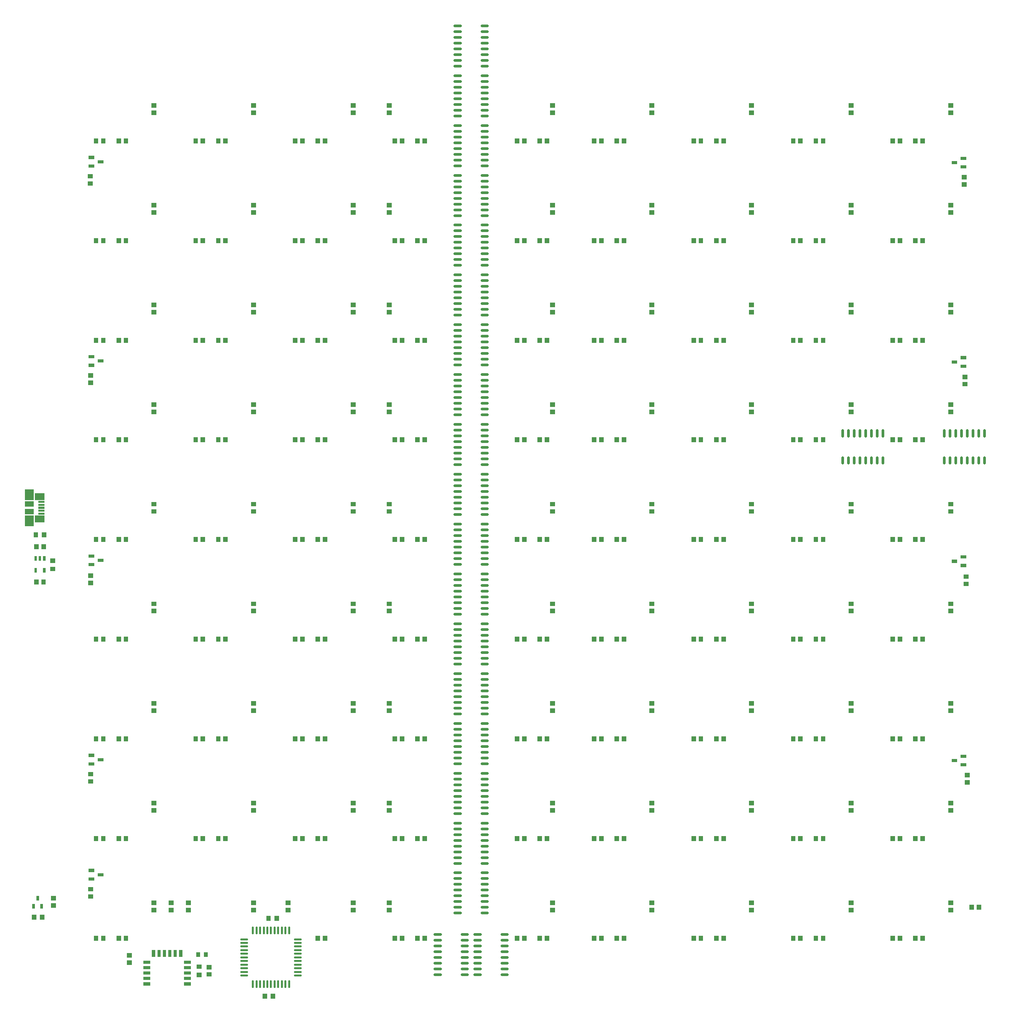
<source format=gbp>
G04 Layer: BottomPasteMaskLayer*
G04 EasyEDA v6.4.19.5, 2021-05-16T17:52:14+02:00*
G04 c7de764b28da46dab1ebef90a77263ec,763424db4a57434484c59f209b4bf891,10*
G04 Gerber Generator version 0.2*
G04 Scale: 100 percent, Rotated: No, Reflected: No *
G04 Dimensions in inches *
G04 leading zeros omitted , absolute positions ,3 integer and 6 decimal *
%FSLAX36Y36*%
%MOIN*%

%ADD14C,0.0236*%
%ADD22C,0.0177*%

%LPD*%
D14*
X3631031Y-8387600D02*
G01*
X3583788Y-8387600D01*
X3631031Y-8337600D02*
G01*
X3583788Y-8337600D01*
X3631031Y-8287600D02*
G01*
X3583788Y-8287600D01*
X3631031Y-8237600D02*
G01*
X3583788Y-8237600D01*
X3631031Y-8187600D02*
G01*
X3583788Y-8187600D01*
X3631031Y-8137600D02*
G01*
X3583788Y-8137600D01*
X3631031Y-8087600D02*
G01*
X3583788Y-8087600D01*
X3631031Y-8037600D02*
G01*
X3583788Y-8037600D01*
X3865032Y-8387600D02*
G01*
X3817788Y-8387600D01*
X3865032Y-8337600D02*
G01*
X3817788Y-8337600D01*
X3865032Y-8287600D02*
G01*
X3817788Y-8287600D01*
X3865032Y-8237600D02*
G01*
X3817788Y-8237600D01*
X3865032Y-8187600D02*
G01*
X3817788Y-8187600D01*
X3865032Y-8137600D02*
G01*
X3817788Y-8137600D01*
X3865032Y-8087600D02*
G01*
X3817788Y-8087600D01*
X3865032Y-8037600D02*
G01*
X3817788Y-8037600D01*
X3977492Y-8387600D02*
G01*
X3930248Y-8387600D01*
X3977492Y-8337600D02*
G01*
X3930248Y-8337600D01*
X3977492Y-8287600D02*
G01*
X3930248Y-8287600D01*
X3977492Y-8237600D02*
G01*
X3930248Y-8237600D01*
X3977492Y-8187600D02*
G01*
X3930248Y-8187600D01*
X3977492Y-8137600D02*
G01*
X3930248Y-8137600D01*
X3977492Y-8087600D02*
G01*
X3930248Y-8087600D01*
X3977492Y-8037600D02*
G01*
X3930248Y-8037600D01*
X4211491Y-8387600D02*
G01*
X4164247Y-8387600D01*
X4211491Y-8337600D02*
G01*
X4164247Y-8337600D01*
X4211491Y-8287600D02*
G01*
X4164247Y-8287600D01*
X4211491Y-8237600D02*
G01*
X4164247Y-8237600D01*
X4211491Y-8187600D02*
G01*
X4164247Y-8187600D01*
X4211491Y-8137600D02*
G01*
X4164247Y-8137600D01*
X4211491Y-8087600D02*
G01*
X4164247Y-8087600D01*
X4211491Y-8037600D02*
G01*
X4164247Y-8037600D01*
X3991018Y-139960D02*
G01*
X4038262Y-139960D01*
X3991018Y-189960D02*
G01*
X4038262Y-189960D01*
X3991018Y-239960D02*
G01*
X4038262Y-239960D01*
X3991018Y-289960D02*
G01*
X4038262Y-289960D01*
X3991018Y-339960D02*
G01*
X4038262Y-339960D01*
X3991018Y-389960D02*
G01*
X4038262Y-389960D01*
X3991018Y-439960D02*
G01*
X4038262Y-439960D01*
X3991018Y-489960D02*
G01*
X4038262Y-489960D01*
X3757017Y-139960D02*
G01*
X3804261Y-139960D01*
X3757017Y-189960D02*
G01*
X3804261Y-189960D01*
X3757017Y-239960D02*
G01*
X3804261Y-239960D01*
X3757017Y-289960D02*
G01*
X3804261Y-289960D01*
X3757017Y-339960D02*
G01*
X3804261Y-339960D01*
X3757017Y-389960D02*
G01*
X3804261Y-389960D01*
X3757017Y-439960D02*
G01*
X3804261Y-439960D01*
X3757017Y-489960D02*
G01*
X3804261Y-489960D01*
X3991008Y-1006100D02*
G01*
X4038252Y-1006100D01*
X3991008Y-1056100D02*
G01*
X4038252Y-1056100D01*
X3991008Y-1106100D02*
G01*
X4038252Y-1106100D01*
X3991008Y-1156100D02*
G01*
X4038252Y-1156100D01*
X3991008Y-1206100D02*
G01*
X4038252Y-1206100D01*
X3991008Y-1256100D02*
G01*
X4038252Y-1256100D01*
X3991008Y-1306100D02*
G01*
X4038252Y-1306100D01*
X3991008Y-1356100D02*
G01*
X4038252Y-1356100D01*
X3757007Y-1006100D02*
G01*
X3804251Y-1006100D01*
X3757007Y-1056100D02*
G01*
X3804251Y-1056100D01*
X3757007Y-1106100D02*
G01*
X3804251Y-1106100D01*
X3757007Y-1156100D02*
G01*
X3804251Y-1156100D01*
X3757007Y-1206100D02*
G01*
X3804251Y-1206100D01*
X3757007Y-1256100D02*
G01*
X3804251Y-1256100D01*
X3757007Y-1306100D02*
G01*
X3804251Y-1306100D01*
X3757007Y-1356100D02*
G01*
X3804251Y-1356100D01*
X3990997Y-1872240D02*
G01*
X4038242Y-1872240D01*
X3990997Y-1922240D02*
G01*
X4038242Y-1922240D01*
X3990997Y-1972240D02*
G01*
X4038242Y-1972240D01*
X3990997Y-2022240D02*
G01*
X4038242Y-2022240D01*
X3990997Y-2072240D02*
G01*
X4038242Y-2072240D01*
X3990997Y-2122240D02*
G01*
X4038242Y-2122240D01*
X3990997Y-2172240D02*
G01*
X4038242Y-2172240D01*
X3990997Y-2222240D02*
G01*
X4038242Y-2222240D01*
X3756998Y-1872240D02*
G01*
X3804242Y-1872240D01*
X3756998Y-1922240D02*
G01*
X3804242Y-1922240D01*
X3756998Y-1972240D02*
G01*
X3804242Y-1972240D01*
X3756998Y-2022240D02*
G01*
X3804242Y-2022240D01*
X3756998Y-2072240D02*
G01*
X3804242Y-2072240D01*
X3756998Y-2122240D02*
G01*
X3804242Y-2122240D01*
X3756998Y-2172240D02*
G01*
X3804242Y-2172240D01*
X3756998Y-2222240D02*
G01*
X3804242Y-2222240D01*
X3991008Y-2738380D02*
G01*
X4038252Y-2738380D01*
X3991008Y-2788380D02*
G01*
X4038252Y-2788380D01*
X3991008Y-2838380D02*
G01*
X4038252Y-2838380D01*
X3991008Y-2888380D02*
G01*
X4038252Y-2888380D01*
X3991008Y-2938380D02*
G01*
X4038252Y-2938380D01*
X3991008Y-2988380D02*
G01*
X4038252Y-2988380D01*
X3991008Y-3038380D02*
G01*
X4038252Y-3038380D01*
X3991008Y-3088380D02*
G01*
X4038252Y-3088380D01*
X3757007Y-2738380D02*
G01*
X3804251Y-2738380D01*
X3757007Y-2788380D02*
G01*
X3804251Y-2788380D01*
X3757007Y-2838380D02*
G01*
X3804251Y-2838380D01*
X3757007Y-2888380D02*
G01*
X3804251Y-2888380D01*
X3757007Y-2938380D02*
G01*
X3804251Y-2938380D01*
X3757007Y-2988380D02*
G01*
X3804251Y-2988380D01*
X3757007Y-3038380D02*
G01*
X3804251Y-3038380D01*
X3757007Y-3088380D02*
G01*
X3804251Y-3088380D01*
X3991008Y-3604520D02*
G01*
X4038252Y-3604520D01*
X3991008Y-3654520D02*
G01*
X4038252Y-3654520D01*
X3991008Y-3704520D02*
G01*
X4038252Y-3704520D01*
X3991008Y-3754520D02*
G01*
X4038252Y-3754520D01*
X3991008Y-3804520D02*
G01*
X4038252Y-3804520D01*
X3991008Y-3854520D02*
G01*
X4038252Y-3854520D01*
X3991008Y-3904520D02*
G01*
X4038252Y-3904520D01*
X3991008Y-3954520D02*
G01*
X4038252Y-3954520D01*
X3757007Y-3604520D02*
G01*
X3804251Y-3604520D01*
X3757007Y-3654520D02*
G01*
X3804251Y-3654520D01*
X3757007Y-3704520D02*
G01*
X3804251Y-3704520D01*
X3757007Y-3754520D02*
G01*
X3804251Y-3754520D01*
X3757007Y-3804520D02*
G01*
X3804251Y-3804520D01*
X3757007Y-3854520D02*
G01*
X3804251Y-3854520D01*
X3757007Y-3904520D02*
G01*
X3804251Y-3904520D01*
X3757007Y-3954520D02*
G01*
X3804251Y-3954520D01*
X3991008Y-4470659D02*
G01*
X4038252Y-4470659D01*
X3991008Y-4520659D02*
G01*
X4038252Y-4520659D01*
X3991008Y-4570659D02*
G01*
X4038252Y-4570659D01*
X3991008Y-4620659D02*
G01*
X4038252Y-4620659D01*
X3991008Y-4670659D02*
G01*
X4038252Y-4670659D01*
X3991008Y-4720659D02*
G01*
X4038252Y-4720659D01*
X3991008Y-4770659D02*
G01*
X4038252Y-4770659D01*
X3991008Y-4820659D02*
G01*
X4038252Y-4820659D01*
X3757007Y-4470659D02*
G01*
X3804251Y-4470659D01*
X3757007Y-4520659D02*
G01*
X3804251Y-4520659D01*
X3757007Y-4570659D02*
G01*
X3804251Y-4570659D01*
X3757007Y-4620659D02*
G01*
X3804251Y-4620659D01*
X3757007Y-4670659D02*
G01*
X3804251Y-4670659D01*
X3757007Y-4720659D02*
G01*
X3804251Y-4720659D01*
X3757007Y-4770659D02*
G01*
X3804251Y-4770659D01*
X3757007Y-4820659D02*
G01*
X3804251Y-4820659D01*
X3991008Y-5336799D02*
G01*
X4038252Y-5336799D01*
X3991008Y-5386799D02*
G01*
X4038252Y-5386799D01*
X3991008Y-5436799D02*
G01*
X4038252Y-5436799D01*
X3991008Y-5486799D02*
G01*
X4038252Y-5486799D01*
X3991008Y-5536799D02*
G01*
X4038252Y-5536799D01*
X3991008Y-5586799D02*
G01*
X4038252Y-5586799D01*
X3991008Y-5636799D02*
G01*
X4038252Y-5636799D01*
X3991008Y-5686799D02*
G01*
X4038252Y-5686799D01*
X3757007Y-5336799D02*
G01*
X3804251Y-5336799D01*
X3757007Y-5386799D02*
G01*
X3804251Y-5386799D01*
X3757007Y-5436799D02*
G01*
X3804251Y-5436799D01*
X3757007Y-5486799D02*
G01*
X3804251Y-5486799D01*
X3757007Y-5536799D02*
G01*
X3804251Y-5536799D01*
X3757007Y-5586799D02*
G01*
X3804251Y-5586799D01*
X3757007Y-5636799D02*
G01*
X3804251Y-5636799D01*
X3757007Y-5686799D02*
G01*
X3804251Y-5686799D01*
X3991008Y-6202939D02*
G01*
X4038252Y-6202939D01*
X3991008Y-6252939D02*
G01*
X4038252Y-6252939D01*
X3991008Y-6302939D02*
G01*
X4038252Y-6302939D01*
X3991008Y-6352939D02*
G01*
X4038252Y-6352939D01*
X3991008Y-6402939D02*
G01*
X4038252Y-6402939D01*
X3991008Y-6452939D02*
G01*
X4038252Y-6452939D01*
X3991008Y-6502939D02*
G01*
X4038252Y-6502939D01*
X3991008Y-6552939D02*
G01*
X4038252Y-6552939D01*
X3757007Y-6202939D02*
G01*
X3804251Y-6202939D01*
X3757007Y-6252939D02*
G01*
X3804251Y-6252939D01*
X3757007Y-6302939D02*
G01*
X3804251Y-6302939D01*
X3757007Y-6352939D02*
G01*
X3804251Y-6352939D01*
X3757007Y-6402939D02*
G01*
X3804251Y-6402939D01*
X3757007Y-6452939D02*
G01*
X3804251Y-6452939D01*
X3757007Y-6502939D02*
G01*
X3804251Y-6502939D01*
X3757007Y-6552939D02*
G01*
X3804251Y-6552939D01*
X3991008Y-7069079D02*
G01*
X4038252Y-7069079D01*
X3991008Y-7119079D02*
G01*
X4038252Y-7119079D01*
X3991008Y-7169079D02*
G01*
X4038252Y-7169079D01*
X3991008Y-7219079D02*
G01*
X4038252Y-7219079D01*
X3991008Y-7269079D02*
G01*
X4038252Y-7269079D01*
X3991008Y-7319079D02*
G01*
X4038252Y-7319079D01*
X3991008Y-7369079D02*
G01*
X4038252Y-7369079D01*
X3991008Y-7419079D02*
G01*
X4038252Y-7419079D01*
X3757007Y-7069079D02*
G01*
X3804251Y-7069079D01*
X3757007Y-7119079D02*
G01*
X3804251Y-7119079D01*
X3757007Y-7169079D02*
G01*
X3804251Y-7169079D01*
X3757007Y-7219079D02*
G01*
X3804251Y-7219079D01*
X3757007Y-7269079D02*
G01*
X3804251Y-7269079D01*
X3757007Y-7319079D02*
G01*
X3804251Y-7319079D01*
X3757007Y-7369079D02*
G01*
X3804251Y-7369079D01*
X3757007Y-7419079D02*
G01*
X3804251Y-7419079D01*
X8363980Y-3892588D02*
G01*
X8363980Y-3939832D01*
X8313980Y-3892588D02*
G01*
X8313980Y-3939832D01*
X8263980Y-3892588D02*
G01*
X8263980Y-3939832D01*
X8213980Y-3892588D02*
G01*
X8213980Y-3939832D01*
X8163980Y-3892588D02*
G01*
X8163980Y-3939832D01*
X8113980Y-3892588D02*
G01*
X8113980Y-3939832D01*
X8063980Y-3892588D02*
G01*
X8063980Y-3939832D01*
X8013980Y-3892588D02*
G01*
X8013980Y-3939832D01*
X8363980Y-3658587D02*
G01*
X8363980Y-3705832D01*
X8313980Y-3658587D02*
G01*
X8313980Y-3705832D01*
X8263980Y-3658587D02*
G01*
X8263980Y-3705832D01*
X8213980Y-3658587D02*
G01*
X8213980Y-3705832D01*
X8163980Y-3658587D02*
G01*
X8163980Y-3705832D01*
X8113980Y-3658587D02*
G01*
X8113980Y-3705832D01*
X8063980Y-3658587D02*
G01*
X8063980Y-3705832D01*
X8013980Y-3658587D02*
G01*
X8013980Y-3705832D01*
X3991008Y-573029D02*
G01*
X4038252Y-573029D01*
X3991008Y-623029D02*
G01*
X4038252Y-623029D01*
X3991008Y-673029D02*
G01*
X4038252Y-673029D01*
X3991008Y-723029D02*
G01*
X4038252Y-723029D01*
X3991008Y-773029D02*
G01*
X4038252Y-773029D01*
X3991008Y-823029D02*
G01*
X4038252Y-823029D01*
X3991008Y-873029D02*
G01*
X4038252Y-873029D01*
X3991008Y-923029D02*
G01*
X4038252Y-923029D01*
X3757007Y-573029D02*
G01*
X3804251Y-573029D01*
X3757007Y-623029D02*
G01*
X3804251Y-623029D01*
X3757007Y-673029D02*
G01*
X3804251Y-673029D01*
X3757007Y-723029D02*
G01*
X3804251Y-723029D01*
X3757007Y-773029D02*
G01*
X3804251Y-773029D01*
X3757007Y-823029D02*
G01*
X3804251Y-823029D01*
X3757007Y-873029D02*
G01*
X3804251Y-873029D01*
X3757007Y-923029D02*
G01*
X3804251Y-923029D01*
X3990997Y-1439169D02*
G01*
X4038242Y-1439169D01*
X3990997Y-1489169D02*
G01*
X4038242Y-1489169D01*
X3990997Y-1539169D02*
G01*
X4038242Y-1539169D01*
X3990997Y-1589169D02*
G01*
X4038242Y-1589169D01*
X3990997Y-1639169D02*
G01*
X4038242Y-1639169D01*
X3990997Y-1689169D02*
G01*
X4038242Y-1689169D01*
X3990997Y-1739169D02*
G01*
X4038242Y-1739169D01*
X3990997Y-1789169D02*
G01*
X4038242Y-1789169D01*
X3756998Y-1439169D02*
G01*
X3804242Y-1439169D01*
X3756998Y-1489169D02*
G01*
X3804242Y-1489169D01*
X3756998Y-1539169D02*
G01*
X3804242Y-1539169D01*
X3756998Y-1589169D02*
G01*
X3804242Y-1589169D01*
X3756998Y-1639169D02*
G01*
X3804242Y-1639169D01*
X3756998Y-1689169D02*
G01*
X3804242Y-1689169D01*
X3756998Y-1739169D02*
G01*
X3804242Y-1739169D01*
X3756998Y-1789169D02*
G01*
X3804242Y-1789169D01*
X3990997Y-2305300D02*
G01*
X4038242Y-2305300D01*
X3990997Y-2355300D02*
G01*
X4038242Y-2355300D01*
X3990997Y-2405300D02*
G01*
X4038242Y-2405300D01*
X3990997Y-2455300D02*
G01*
X4038242Y-2455300D01*
X3990997Y-2505300D02*
G01*
X4038242Y-2505300D01*
X3990997Y-2555300D02*
G01*
X4038242Y-2555300D01*
X3990997Y-2605300D02*
G01*
X4038242Y-2605300D01*
X3990997Y-2655300D02*
G01*
X4038242Y-2655300D01*
X3756998Y-2305300D02*
G01*
X3804242Y-2305300D01*
X3756998Y-2355300D02*
G01*
X3804242Y-2355300D01*
X3756998Y-2405300D02*
G01*
X3804242Y-2405300D01*
X3756998Y-2455300D02*
G01*
X3804242Y-2455300D01*
X3756998Y-2505300D02*
G01*
X3804242Y-2505300D01*
X3756998Y-2555300D02*
G01*
X3804242Y-2555300D01*
X3756998Y-2605300D02*
G01*
X3804242Y-2605300D01*
X3756998Y-2655300D02*
G01*
X3804242Y-2655300D01*
X3991008Y-3171450D02*
G01*
X4038252Y-3171450D01*
X3991008Y-3221450D02*
G01*
X4038252Y-3221450D01*
X3991008Y-3271450D02*
G01*
X4038252Y-3271450D01*
X3991008Y-3321450D02*
G01*
X4038252Y-3321450D01*
X3991008Y-3371450D02*
G01*
X4038252Y-3371450D01*
X3991008Y-3421450D02*
G01*
X4038252Y-3421450D01*
X3991008Y-3471450D02*
G01*
X4038252Y-3471450D01*
X3991008Y-3521450D02*
G01*
X4038252Y-3521450D01*
X3757007Y-3171450D02*
G01*
X3804251Y-3171450D01*
X3757007Y-3221450D02*
G01*
X3804251Y-3221450D01*
X3757007Y-3271450D02*
G01*
X3804251Y-3271450D01*
X3757007Y-3321450D02*
G01*
X3804251Y-3321450D01*
X3757007Y-3371450D02*
G01*
X3804251Y-3371450D01*
X3757007Y-3421450D02*
G01*
X3804251Y-3421450D01*
X3757007Y-3471450D02*
G01*
X3804251Y-3471450D01*
X3757007Y-3521450D02*
G01*
X3804251Y-3521450D01*
X3991008Y-4037590D02*
G01*
X4038252Y-4037590D01*
X3991008Y-4087590D02*
G01*
X4038252Y-4087590D01*
X3991008Y-4137590D02*
G01*
X4038252Y-4137590D01*
X3991008Y-4187590D02*
G01*
X4038252Y-4187590D01*
X3991008Y-4237590D02*
G01*
X4038252Y-4237590D01*
X3991008Y-4287590D02*
G01*
X4038252Y-4287590D01*
X3991008Y-4337590D02*
G01*
X4038252Y-4337590D01*
X3991008Y-4387590D02*
G01*
X4038252Y-4387590D01*
X3757007Y-4037590D02*
G01*
X3804251Y-4037590D01*
X3757007Y-4087590D02*
G01*
X3804251Y-4087590D01*
X3757007Y-4137590D02*
G01*
X3804251Y-4137590D01*
X3757007Y-4187590D02*
G01*
X3804251Y-4187590D01*
X3757007Y-4237590D02*
G01*
X3804251Y-4237590D01*
X3757007Y-4287590D02*
G01*
X3804251Y-4287590D01*
X3757007Y-4337590D02*
G01*
X3804251Y-4337590D01*
X3757007Y-4387590D02*
G01*
X3804251Y-4387590D01*
X3991008Y-4903730D02*
G01*
X4038252Y-4903730D01*
X3991008Y-4953730D02*
G01*
X4038252Y-4953730D01*
X3991008Y-5003730D02*
G01*
X4038252Y-5003730D01*
X3991008Y-5053730D02*
G01*
X4038252Y-5053730D01*
X3991008Y-5103730D02*
G01*
X4038252Y-5103730D01*
X3991008Y-5153730D02*
G01*
X4038252Y-5153730D01*
X3991008Y-5203730D02*
G01*
X4038252Y-5203730D01*
X3991008Y-5253730D02*
G01*
X4038252Y-5253730D01*
X3757007Y-4903730D02*
G01*
X3804251Y-4903730D01*
X3757007Y-4953730D02*
G01*
X3804251Y-4953730D01*
X3757007Y-5003730D02*
G01*
X3804251Y-5003730D01*
X3757007Y-5053730D02*
G01*
X3804251Y-5053730D01*
X3757007Y-5103730D02*
G01*
X3804251Y-5103730D01*
X3757007Y-5153730D02*
G01*
X3804251Y-5153730D01*
X3757007Y-5203730D02*
G01*
X3804251Y-5203730D01*
X3757007Y-5253730D02*
G01*
X3804251Y-5253730D01*
X3991008Y-5769870D02*
G01*
X4038252Y-5769870D01*
X3991008Y-5819870D02*
G01*
X4038252Y-5819870D01*
X3991008Y-5869870D02*
G01*
X4038252Y-5869870D01*
X3991008Y-5919870D02*
G01*
X4038252Y-5919870D01*
X3991008Y-5969870D02*
G01*
X4038252Y-5969870D01*
X3991008Y-6019870D02*
G01*
X4038252Y-6019870D01*
X3991008Y-6069870D02*
G01*
X4038252Y-6069870D01*
X3991008Y-6119870D02*
G01*
X4038252Y-6119870D01*
X3757007Y-5769870D02*
G01*
X3804251Y-5769870D01*
X3757007Y-5819870D02*
G01*
X3804251Y-5819870D01*
X3757007Y-5869870D02*
G01*
X3804251Y-5869870D01*
X3757007Y-5919870D02*
G01*
X3804251Y-5919870D01*
X3757007Y-5969870D02*
G01*
X3804251Y-5969870D01*
X3757007Y-6019870D02*
G01*
X3804251Y-6019870D01*
X3757007Y-6069870D02*
G01*
X3804251Y-6069870D01*
X3757007Y-6119870D02*
G01*
X3804251Y-6119870D01*
X3991008Y-6636010D02*
G01*
X4038252Y-6636010D01*
X3991008Y-6686010D02*
G01*
X4038252Y-6686010D01*
X3991008Y-6736010D02*
G01*
X4038252Y-6736010D01*
X3991008Y-6786010D02*
G01*
X4038252Y-6786010D01*
X3991008Y-6836010D02*
G01*
X4038252Y-6836010D01*
X3991008Y-6886010D02*
G01*
X4038252Y-6886010D01*
X3991008Y-6936010D02*
G01*
X4038252Y-6936010D01*
X3991008Y-6986010D02*
G01*
X4038252Y-6986010D01*
X3757007Y-6636010D02*
G01*
X3804251Y-6636010D01*
X3757007Y-6686010D02*
G01*
X3804251Y-6686010D01*
X3757007Y-6736010D02*
G01*
X3804251Y-6736010D01*
X3757007Y-6786010D02*
G01*
X3804251Y-6786010D01*
X3757007Y-6836010D02*
G01*
X3804251Y-6836010D01*
X3757007Y-6886010D02*
G01*
X3804251Y-6886010D01*
X3757007Y-6936010D02*
G01*
X3804251Y-6936010D01*
X3757007Y-6986010D02*
G01*
X3804251Y-6986010D01*
X3991008Y-7502150D02*
G01*
X4038252Y-7502150D01*
X3991008Y-7552150D02*
G01*
X4038252Y-7552150D01*
X3991008Y-7602150D02*
G01*
X4038252Y-7602150D01*
X3991008Y-7652150D02*
G01*
X4038252Y-7652150D01*
X3991008Y-7702150D02*
G01*
X4038252Y-7702150D01*
X3991008Y-7752150D02*
G01*
X4038252Y-7752150D01*
X3991008Y-7802150D02*
G01*
X4038252Y-7802150D01*
X3991008Y-7852150D02*
G01*
X4038252Y-7852150D01*
X3757007Y-7502150D02*
G01*
X3804251Y-7502150D01*
X3757007Y-7552150D02*
G01*
X3804251Y-7552150D01*
X3757007Y-7602150D02*
G01*
X3804251Y-7602150D01*
X3757007Y-7652150D02*
G01*
X3804251Y-7652150D01*
X3757007Y-7702150D02*
G01*
X3804251Y-7702150D01*
X3757007Y-7752150D02*
G01*
X3804251Y-7752150D01*
X3757007Y-7802150D02*
G01*
X3804251Y-7802150D01*
X3757007Y-7852150D02*
G01*
X3804251Y-7852150D01*
X7478149Y-3892588D02*
G01*
X7478149Y-3939832D01*
X7428149Y-3892588D02*
G01*
X7428149Y-3939832D01*
X7378149Y-3892588D02*
G01*
X7378149Y-3939832D01*
X7328149Y-3892588D02*
G01*
X7328149Y-3939832D01*
X7278149Y-3892588D02*
G01*
X7278149Y-3939832D01*
X7228149Y-3892588D02*
G01*
X7228149Y-3939832D01*
X7178149Y-3892588D02*
G01*
X7178149Y-3939832D01*
X7128149Y-3892588D02*
G01*
X7128149Y-3939832D01*
X7478149Y-3658587D02*
G01*
X7478149Y-3705832D01*
X7428149Y-3658587D02*
G01*
X7428149Y-3705832D01*
X7378149Y-3658587D02*
G01*
X7378149Y-3705832D01*
X7328149Y-3658587D02*
G01*
X7328149Y-3705832D01*
X7278149Y-3658587D02*
G01*
X7278149Y-3705832D01*
X7228149Y-3658587D02*
G01*
X7228149Y-3705832D01*
X7178149Y-3658587D02*
G01*
X7178149Y-3705832D01*
X7128149Y-3658587D02*
G01*
X7128149Y-3705832D01*
D22*
X1999979Y-7977610D02*
G01*
X1999979Y-8028791D01*
X2031480Y-7977610D02*
G01*
X2031480Y-8028791D01*
X2062979Y-7977610D02*
G01*
X2062979Y-8028791D01*
X2094480Y-7977610D02*
G01*
X2094480Y-8028791D01*
X2125979Y-7977610D02*
G01*
X2125979Y-8028791D01*
X2157479Y-7977610D02*
G01*
X2157479Y-8028791D01*
X2188980Y-7977610D02*
G01*
X2188980Y-8028791D01*
X2220479Y-7977610D02*
G01*
X2220479Y-8028791D01*
X2251980Y-7977610D02*
G01*
X2251980Y-8028791D01*
X2283479Y-7977610D02*
G01*
X2283479Y-8028791D01*
X2314979Y-7977610D02*
G01*
X2314979Y-8028791D01*
X2365389Y-8079200D02*
G01*
X2416571Y-8079200D01*
X2365389Y-8110700D02*
G01*
X2416571Y-8110700D01*
X2365389Y-8142199D02*
G01*
X2416571Y-8142199D01*
X2365389Y-8173699D02*
G01*
X2416571Y-8173699D01*
X2365389Y-8205200D02*
G01*
X2416571Y-8205200D01*
X2365389Y-8236700D02*
G01*
X2416571Y-8236700D01*
X2365389Y-8268200D02*
G01*
X2416571Y-8268200D01*
X2365389Y-8299699D02*
G01*
X2416571Y-8299699D01*
X2365389Y-8331199D02*
G01*
X2416571Y-8331199D01*
X2365389Y-8362700D02*
G01*
X2416571Y-8362700D01*
X2365389Y-8394200D02*
G01*
X2416571Y-8394200D01*
X2314979Y-8443609D02*
G01*
X2314979Y-8494791D01*
X2283479Y-8443609D02*
G01*
X2283479Y-8494791D01*
X2251980Y-8443609D02*
G01*
X2251980Y-8494791D01*
X2220479Y-8443609D02*
G01*
X2220479Y-8494791D01*
X2188980Y-8443609D02*
G01*
X2188980Y-8494791D01*
X2157479Y-8443609D02*
G01*
X2157479Y-8494791D01*
X2125979Y-8443609D02*
G01*
X2125979Y-8494791D01*
X2094480Y-8443609D02*
G01*
X2094480Y-8494791D01*
X2062979Y-8443609D02*
G01*
X2062979Y-8494791D01*
X2031480Y-8443609D02*
G01*
X2031480Y-8494791D01*
X1999979Y-8443609D02*
G01*
X1999979Y-8494791D01*
X1898389Y-8394200D02*
G01*
X1949570Y-8394200D01*
X1898389Y-8362700D02*
G01*
X1949570Y-8362700D01*
X1898389Y-8331199D02*
G01*
X1949570Y-8331199D01*
X1898389Y-8299699D02*
G01*
X1949570Y-8299699D01*
X1898389Y-8268200D02*
G01*
X1949570Y-8268200D01*
X1898389Y-8236700D02*
G01*
X1949570Y-8236700D01*
X1898389Y-8205200D02*
G01*
X1949570Y-8205200D01*
X1898389Y-8173699D02*
G01*
X1949570Y-8173699D01*
X1898389Y-8142199D02*
G01*
X1949570Y-8142199D01*
X1898389Y-8110700D02*
G01*
X1949570Y-8110700D01*
X1898389Y-8079200D02*
G01*
X1949570Y-8079200D01*
G36*
X907478Y-8263766D02*
G01*
X907478Y-8303135D01*
X950785Y-8303135D01*
X950785Y-8263766D01*
G37*
G36*
X907478Y-8200774D02*
G01*
X907478Y-8240144D01*
X950785Y-8240144D01*
X950785Y-8200774D01*
G37*
G36*
X8271634Y-7781479D02*
G01*
X8232263Y-7781479D01*
X8232263Y-7824787D01*
X8271634Y-7824787D01*
G37*
G36*
X8334625Y-7781479D02*
G01*
X8295255Y-7781479D01*
X8295255Y-7824787D01*
X8334625Y-7824787D01*
G37*
G36*
X2118107Y-7919276D02*
G01*
X2157476Y-7919276D01*
X2157476Y-7875967D01*
X2118107Y-7875967D01*
G37*
G36*
X2188977Y-7919276D02*
G01*
X2228347Y-7919276D01*
X2228347Y-7875967D01*
X2188977Y-7875967D01*
G37*
G36*
X2196845Y-8553132D02*
G01*
X2157475Y-8553132D01*
X2157475Y-8596439D01*
X2196845Y-8596439D01*
G37*
G36*
X2125974Y-8553132D02*
G01*
X2086604Y-8553132D01*
X2086604Y-8596439D01*
X2125974Y-8596439D01*
G37*
G36*
X94489Y-4588573D02*
G01*
X133859Y-4588573D01*
X133859Y-4545266D01*
X94489Y-4545266D01*
G37*
G36*
X165358Y-4588573D02*
G01*
X204729Y-4588573D01*
X204729Y-4545266D01*
X165358Y-4545266D01*
G37*
G36*
X78740Y-7911401D02*
G01*
X118110Y-7911401D01*
X118110Y-7868094D01*
X78740Y-7868094D01*
G37*
G36*
X149610Y-7911401D02*
G01*
X188980Y-7911401D01*
X188980Y-7868094D01*
X149610Y-7868094D01*
G37*
G36*
X1513775Y-8299196D02*
G01*
X1513775Y-8338566D01*
X1557084Y-8338566D01*
X1557084Y-8299196D01*
G37*
G36*
X1513775Y-8370066D02*
G01*
X1513775Y-8409436D01*
X1557084Y-8409436D01*
X1557084Y-8370066D01*
G37*
G36*
X238188Y-4771645D02*
G01*
X238188Y-4811015D01*
X281496Y-4811015D01*
X281496Y-4771645D01*
G37*
G36*
X238188Y-4842514D02*
G01*
X238188Y-4881885D01*
X281496Y-4881885D01*
X281496Y-4842514D01*
G37*
G36*
X1507875Y-8192896D02*
G01*
X1507875Y-8232267D01*
X1543306Y-8232267D01*
X1543306Y-8192896D01*
G37*
G36*
X1574804Y-8192896D02*
G01*
X1574804Y-8232267D01*
X1610235Y-8232267D01*
X1610235Y-8192896D01*
G37*
G36*
X289369Y-7744076D02*
G01*
X289369Y-7704706D01*
X246062Y-7704706D01*
X246062Y-7744076D01*
G37*
G36*
X289369Y-7807067D02*
G01*
X289369Y-7767698D01*
X246062Y-7767698D01*
X246062Y-7807067D01*
G37*
G36*
X1600389Y-8366127D02*
G01*
X1600389Y-8405497D01*
X1643698Y-8405497D01*
X1643698Y-8366127D01*
G37*
G36*
X1600389Y-8303135D02*
G01*
X1600389Y-8342505D01*
X1643698Y-8342505D01*
X1643698Y-8303135D01*
G37*
G36*
X161419Y-4998022D02*
G01*
X200790Y-4998022D01*
X200790Y-4954714D01*
X161419Y-4954714D01*
G37*
G36*
X98427Y-4998022D02*
G01*
X137797Y-4998022D01*
X137797Y-4954714D01*
X98427Y-4954714D01*
G37*
G36*
X139756Y-4646646D02*
G01*
X100387Y-4646646D01*
X100387Y-4689953D01*
X139756Y-4689953D01*
G37*
G36*
X202748Y-4646646D02*
G01*
X163378Y-4646646D01*
X163378Y-4689953D01*
X202748Y-4689953D01*
G37*
G36*
X101374Y-4749992D02*
G01*
X101374Y-4791331D01*
X123027Y-4791331D01*
X123027Y-4749992D01*
G37*
G36*
X138776Y-4749992D02*
G01*
X138776Y-4791331D01*
X160429Y-4791331D01*
X160429Y-4749992D01*
G37*
G36*
X176176Y-4749992D02*
G01*
X176176Y-4791331D01*
X197831Y-4791331D01*
X197831Y-4749992D01*
G37*
G36*
X197831Y-4893692D02*
G01*
X197831Y-4852354D01*
X176176Y-4852354D01*
X176176Y-4893692D01*
G37*
G36*
X123027Y-4893692D02*
G01*
X123027Y-4852354D01*
X101374Y-4852354D01*
X101374Y-4893692D01*
G37*
G36*
X177165Y-7814944D02*
G01*
X177165Y-7775574D01*
X153542Y-7775574D01*
X153542Y-7814944D01*
G37*
G36*
X106298Y-7814944D02*
G01*
X106298Y-7775574D01*
X82676Y-7775574D01*
X82676Y-7814944D01*
G37*
G36*
X141732Y-7744079D02*
G01*
X141732Y-7704708D01*
X118110Y-7704708D01*
X118110Y-7744079D01*
G37*
G36*
X1049210Y-8482267D02*
G01*
X1108266Y-8482267D01*
X1108266Y-8454706D01*
X1049210Y-8454706D01*
G37*
G36*
X1124013Y-8175180D02*
G01*
X1124013Y-8234236D01*
X1151572Y-8234236D01*
X1151572Y-8175180D01*
G37*
G36*
X1462596Y-8265731D02*
G01*
X1403540Y-8265731D01*
X1403540Y-8293290D01*
X1462596Y-8293290D01*
G37*
G36*
X1049210Y-8293292D02*
G01*
X1108266Y-8293292D01*
X1108266Y-8265732D01*
X1049210Y-8265732D01*
G37*
G36*
X1049210Y-8340536D02*
G01*
X1108266Y-8340536D01*
X1108266Y-8312975D01*
X1049210Y-8312975D01*
G37*
G36*
X1049210Y-8387779D02*
G01*
X1108266Y-8387779D01*
X1108266Y-8360219D01*
X1049210Y-8360219D01*
G37*
G36*
X1049210Y-8435023D02*
G01*
X1108266Y-8435023D01*
X1108266Y-8407464D01*
X1049210Y-8407464D01*
G37*
G36*
X1360234Y-8175180D02*
G01*
X1360234Y-8234236D01*
X1387794Y-8234236D01*
X1387794Y-8175180D01*
G37*
G36*
X1312988Y-8175180D02*
G01*
X1312988Y-8234236D01*
X1340549Y-8234236D01*
X1340549Y-8175180D01*
G37*
G36*
X1265744Y-8175180D02*
G01*
X1265744Y-8234236D01*
X1293305Y-8234236D01*
X1293305Y-8175180D01*
G37*
G36*
X1218500Y-8175180D02*
G01*
X1218500Y-8234236D01*
X1246060Y-8234236D01*
X1246060Y-8175180D01*
G37*
G36*
X1171256Y-8175180D02*
G01*
X1171256Y-8234236D01*
X1198816Y-8234236D01*
X1198816Y-8175180D01*
G37*
G36*
X1462596Y-8454706D02*
G01*
X1403540Y-8454706D01*
X1403540Y-8482267D01*
X1462596Y-8482267D01*
G37*
G36*
X1462596Y-8407463D02*
G01*
X1403540Y-8407463D01*
X1403540Y-8435022D01*
X1462596Y-8435022D01*
G37*
G36*
X1462596Y-8360219D02*
G01*
X1403540Y-8360219D01*
X1403540Y-8387778D01*
X1462596Y-8387778D01*
G37*
G36*
X1462596Y-8312975D02*
G01*
X1403540Y-8312975D01*
X1403540Y-8340535D01*
X1462596Y-8340535D01*
G37*
G36*
X877953Y-1163384D02*
G01*
X917323Y-1163384D01*
X917323Y-1120075D01*
X877953Y-1120075D01*
G37*
G36*
X814961Y-1163384D02*
G01*
X854332Y-1163384D01*
X854332Y-1120075D01*
X814961Y-1120075D01*
G37*
G36*
X1744093Y-1163384D02*
G01*
X1783464Y-1163384D01*
X1783464Y-1120075D01*
X1744093Y-1120075D01*
G37*
G36*
X1681102Y-1163384D02*
G01*
X1720471Y-1163384D01*
X1720471Y-1120075D01*
X1681102Y-1120075D01*
G37*
G36*
X2610239Y-1163386D02*
G01*
X2649609Y-1163386D01*
X2649609Y-1120077D01*
X2610239Y-1120077D01*
G37*
G36*
X2547246Y-1163386D02*
G01*
X2586616Y-1163386D01*
X2586616Y-1120077D01*
X2547246Y-1120077D01*
G37*
G36*
X3452753Y-1120077D02*
G01*
X3413383Y-1120077D01*
X3413383Y-1163386D01*
X3452753Y-1163386D01*
G37*
G36*
X3515744Y-1120077D02*
G01*
X3476374Y-1120077D01*
X3476374Y-1163386D01*
X3515744Y-1163386D01*
G37*
G36*
X4515744Y-1120077D02*
G01*
X4476374Y-1120077D01*
X4476374Y-1163386D01*
X4515744Y-1163386D01*
G37*
G36*
X4578737Y-1120077D02*
G01*
X4539367Y-1120077D01*
X4539367Y-1163386D01*
X4578737Y-1163386D01*
G37*
G36*
X5185037Y-1120077D02*
G01*
X5145667Y-1120077D01*
X5145667Y-1163386D01*
X5185037Y-1163386D01*
G37*
G36*
X5248028Y-1120077D02*
G01*
X5208658Y-1120077D01*
X5208658Y-1163386D01*
X5248028Y-1163386D01*
G37*
G36*
X6051178Y-1120077D02*
G01*
X6011808Y-1120077D01*
X6011808Y-1163386D01*
X6051178Y-1163386D01*
G37*
G36*
X6114170Y-1120077D02*
G01*
X6074799Y-1120077D01*
X6074799Y-1163386D01*
X6114170Y-1163386D01*
G37*
G36*
X6917320Y-1120077D02*
G01*
X6877950Y-1120077D01*
X6877950Y-1163386D01*
X6917320Y-1163386D01*
G37*
G36*
X6980312Y-1120077D02*
G01*
X6940941Y-1120077D01*
X6940941Y-1163386D01*
X6980312Y-1163386D01*
G37*
G36*
X7783462Y-1120077D02*
G01*
X7744092Y-1120077D01*
X7744092Y-1163386D01*
X7783462Y-1163386D01*
G37*
G36*
X7846454Y-1120077D02*
G01*
X7807084Y-1120077D01*
X7807084Y-1163386D01*
X7846454Y-1163386D01*
G37*
G36*
X877953Y-2029524D02*
G01*
X917323Y-2029524D01*
X917323Y-1986215D01*
X877953Y-1986215D01*
G37*
G36*
X814961Y-2029524D02*
G01*
X854332Y-2029524D01*
X854332Y-1986215D01*
X814961Y-1986215D01*
G37*
G36*
X1744093Y-2029524D02*
G01*
X1783464Y-2029524D01*
X1783464Y-1986215D01*
X1744093Y-1986215D01*
G37*
G36*
X1681102Y-2029524D02*
G01*
X1720471Y-2029524D01*
X1720471Y-1986215D01*
X1681102Y-1986215D01*
G37*
G36*
X2610234Y-2029524D02*
G01*
X2649603Y-2029524D01*
X2649603Y-1986215D01*
X2610234Y-1986215D01*
G37*
G36*
X2547241Y-2029524D02*
G01*
X2586611Y-2029524D01*
X2586611Y-1986215D01*
X2547241Y-1986215D01*
G37*
G36*
X3476373Y-2029524D02*
G01*
X3515744Y-2029524D01*
X3515744Y-1986215D01*
X3476373Y-1986215D01*
G37*
G36*
X3413382Y-2029524D02*
G01*
X3452752Y-2029524D01*
X3452752Y-1986215D01*
X3413382Y-1986215D01*
G37*
G36*
X4539372Y-2029528D02*
G01*
X4578743Y-2029528D01*
X4578743Y-1986220D01*
X4539372Y-1986220D01*
G37*
G36*
X4476381Y-2029528D02*
G01*
X4515751Y-2029528D01*
X4515751Y-1986220D01*
X4476381Y-1986220D01*
G37*
G36*
X5208665Y-2029528D02*
G01*
X5248035Y-2029528D01*
X5248035Y-1986220D01*
X5208665Y-1986220D01*
G37*
G36*
X5145672Y-2029528D02*
G01*
X5185042Y-2029528D01*
X5185042Y-1986220D01*
X5145672Y-1986220D01*
G37*
G36*
X6074805Y-2029528D02*
G01*
X6114175Y-2029528D01*
X6114175Y-1986220D01*
X6074805Y-1986220D01*
G37*
G36*
X6011814Y-2029528D02*
G01*
X6051184Y-2029528D01*
X6051184Y-1986220D01*
X6011814Y-1986220D01*
G37*
G36*
X6940947Y-2029528D02*
G01*
X6980317Y-2029528D01*
X6980317Y-1986220D01*
X6940947Y-1986220D01*
G37*
G36*
X6877956Y-2029528D02*
G01*
X6917326Y-2029528D01*
X6917326Y-1986220D01*
X6877956Y-1986220D01*
G37*
G36*
X7807089Y-2029528D02*
G01*
X7846459Y-2029528D01*
X7846459Y-1986220D01*
X7807089Y-1986220D01*
G37*
G36*
X7744098Y-2029528D02*
G01*
X7783468Y-2029528D01*
X7783468Y-1986220D01*
X7744098Y-1986220D01*
G37*
G36*
X854326Y-2852356D02*
G01*
X814956Y-2852356D01*
X814956Y-2895664D01*
X854326Y-2895664D01*
G37*
G36*
X917317Y-2852356D02*
G01*
X877947Y-2852356D01*
X877947Y-2895664D01*
X917317Y-2895664D01*
G37*
G36*
X1720465Y-2852356D02*
G01*
X1681095Y-2852356D01*
X1681095Y-2895664D01*
X1720465Y-2895664D01*
G37*
G36*
X1783458Y-2852356D02*
G01*
X1744088Y-2852356D01*
X1744088Y-2895664D01*
X1783458Y-2895664D01*
G37*
G36*
X2586606Y-2852356D02*
G01*
X2547236Y-2852356D01*
X2547236Y-2895664D01*
X2586606Y-2895664D01*
G37*
G36*
X2649597Y-2852356D02*
G01*
X2610227Y-2852356D01*
X2610227Y-2895664D01*
X2649597Y-2895664D01*
G37*
G36*
X3452745Y-2852356D02*
G01*
X3413375Y-2852356D01*
X3413375Y-2895664D01*
X3452745Y-2895664D01*
G37*
G36*
X3515738Y-2852356D02*
G01*
X3476368Y-2852356D01*
X3476368Y-2895664D01*
X3515738Y-2895664D01*
G37*
G36*
X4515744Y-2852361D02*
G01*
X4476374Y-2852361D01*
X4476374Y-2895670D01*
X4515744Y-2895670D01*
G37*
G36*
X4578737Y-2852361D02*
G01*
X4539367Y-2852361D01*
X4539367Y-2895670D01*
X4578737Y-2895670D01*
G37*
G36*
X5185037Y-2852361D02*
G01*
X5145667Y-2852361D01*
X5145667Y-2895670D01*
X5185037Y-2895670D01*
G37*
G36*
X5248028Y-2852361D02*
G01*
X5208658Y-2852361D01*
X5208658Y-2895670D01*
X5248028Y-2895670D01*
G37*
G36*
X6051178Y-2852361D02*
G01*
X6011808Y-2852361D01*
X6011808Y-2895670D01*
X6051178Y-2895670D01*
G37*
G36*
X6114170Y-2852361D02*
G01*
X6074799Y-2852361D01*
X6074799Y-2895670D01*
X6114170Y-2895670D01*
G37*
G36*
X6917320Y-2852361D02*
G01*
X6877950Y-2852361D01*
X6877950Y-2895670D01*
X6917320Y-2895670D01*
G37*
G36*
X6980312Y-2852361D02*
G01*
X6940941Y-2852361D01*
X6940941Y-2895670D01*
X6980312Y-2895670D01*
G37*
G36*
X7783462Y-2852361D02*
G01*
X7744092Y-2852361D01*
X7744092Y-2895670D01*
X7783462Y-2895670D01*
G37*
G36*
X7846454Y-2852361D02*
G01*
X7807084Y-2852361D01*
X7807084Y-2895670D01*
X7846454Y-2895670D01*
G37*
G36*
X877953Y-3761804D02*
G01*
X917323Y-3761804D01*
X917323Y-3718496D01*
X877953Y-3718496D01*
G37*
G36*
X814961Y-3761804D02*
G01*
X854332Y-3761804D01*
X854332Y-3718496D01*
X814961Y-3718496D01*
G37*
G36*
X1744093Y-3761804D02*
G01*
X1783464Y-3761804D01*
X1783464Y-3718496D01*
X1744093Y-3718496D01*
G37*
G36*
X1681102Y-3761804D02*
G01*
X1720471Y-3761804D01*
X1720471Y-3718496D01*
X1681102Y-3718496D01*
G37*
G36*
X2610234Y-3761804D02*
G01*
X2649603Y-3761804D01*
X2649603Y-3718496D01*
X2610234Y-3718496D01*
G37*
G36*
X2547241Y-3761804D02*
G01*
X2586611Y-3761804D01*
X2586611Y-3718496D01*
X2547241Y-3718496D01*
G37*
G36*
X3476373Y-3761804D02*
G01*
X3515744Y-3761804D01*
X3515744Y-3718496D01*
X3476373Y-3718496D01*
G37*
G36*
X3413382Y-3761804D02*
G01*
X3452752Y-3761804D01*
X3452752Y-3718496D01*
X3413382Y-3718496D01*
G37*
G36*
X4539372Y-3761812D02*
G01*
X4578743Y-3761812D01*
X4578743Y-3718503D01*
X4539372Y-3718503D01*
G37*
G36*
X4476381Y-3761812D02*
G01*
X4515751Y-3761812D01*
X4515751Y-3718503D01*
X4476381Y-3718503D01*
G37*
G36*
X5208665Y-3761812D02*
G01*
X5248035Y-3761812D01*
X5248035Y-3718503D01*
X5208665Y-3718503D01*
G37*
G36*
X5145672Y-3761812D02*
G01*
X5185042Y-3761812D01*
X5185042Y-3718503D01*
X5145672Y-3718503D01*
G37*
G36*
X6074805Y-3761812D02*
G01*
X6114175Y-3761812D01*
X6114175Y-3718503D01*
X6074805Y-3718503D01*
G37*
G36*
X6011814Y-3761812D02*
G01*
X6051184Y-3761812D01*
X6051184Y-3718503D01*
X6011814Y-3718503D01*
G37*
G36*
X6940947Y-3761812D02*
G01*
X6980317Y-3761812D01*
X6980317Y-3718503D01*
X6940947Y-3718503D01*
G37*
G36*
X6877956Y-3761812D02*
G01*
X6917326Y-3761812D01*
X6917326Y-3718503D01*
X6877956Y-3718503D01*
G37*
G36*
X7807089Y-3761812D02*
G01*
X7846459Y-3761812D01*
X7846459Y-3718503D01*
X7807089Y-3718503D01*
G37*
G36*
X7744098Y-3761812D02*
G01*
X7783468Y-3761812D01*
X7783468Y-3718503D01*
X7744098Y-3718503D01*
G37*
G36*
X854326Y-4584636D02*
G01*
X814956Y-4584636D01*
X814956Y-4627944D01*
X854326Y-4627944D01*
G37*
G36*
X917317Y-4584636D02*
G01*
X877947Y-4584636D01*
X877947Y-4627944D01*
X917317Y-4627944D01*
G37*
G36*
X1720465Y-4584636D02*
G01*
X1681095Y-4584636D01*
X1681095Y-4627944D01*
X1720465Y-4627944D01*
G37*
G36*
X1783458Y-4584636D02*
G01*
X1744088Y-4584636D01*
X1744088Y-4627944D01*
X1783458Y-4627944D01*
G37*
G36*
X2586606Y-4584636D02*
G01*
X2547236Y-4584636D01*
X2547236Y-4627944D01*
X2586606Y-4627944D01*
G37*
G36*
X2649597Y-4584636D02*
G01*
X2610227Y-4584636D01*
X2610227Y-4627944D01*
X2649597Y-4627944D01*
G37*
G36*
X3452745Y-4584636D02*
G01*
X3413375Y-4584636D01*
X3413375Y-4627944D01*
X3452745Y-4627944D01*
G37*
G36*
X3515738Y-4584636D02*
G01*
X3476368Y-4584636D01*
X3476368Y-4627944D01*
X3515738Y-4627944D01*
G37*
G36*
X4515744Y-4584645D02*
G01*
X4476374Y-4584645D01*
X4476374Y-4627953D01*
X4515744Y-4627953D01*
G37*
G36*
X4578737Y-4584645D02*
G01*
X4539367Y-4584645D01*
X4539367Y-4627953D01*
X4578737Y-4627953D01*
G37*
G36*
X5185037Y-4584645D02*
G01*
X5145667Y-4584645D01*
X5145667Y-4627953D01*
X5185037Y-4627953D01*
G37*
G36*
X5248028Y-4584645D02*
G01*
X5208658Y-4584645D01*
X5208658Y-4627953D01*
X5248028Y-4627953D01*
G37*
G36*
X6051178Y-4584645D02*
G01*
X6011808Y-4584645D01*
X6011808Y-4627953D01*
X6051178Y-4627953D01*
G37*
G36*
X6114170Y-4584645D02*
G01*
X6074799Y-4584645D01*
X6074799Y-4627953D01*
X6114170Y-4627953D01*
G37*
G36*
X6917320Y-4584645D02*
G01*
X6877950Y-4584645D01*
X6877950Y-4627953D01*
X6917320Y-4627953D01*
G37*
G36*
X6980312Y-4584645D02*
G01*
X6940941Y-4584645D01*
X6940941Y-4627953D01*
X6980312Y-4627953D01*
G37*
G36*
X7783462Y-4584645D02*
G01*
X7744092Y-4584645D01*
X7744092Y-4627953D01*
X7783462Y-4627953D01*
G37*
G36*
X7846454Y-4584645D02*
G01*
X7807084Y-4584645D01*
X7807084Y-4627953D01*
X7846454Y-4627953D01*
G37*
G36*
X877953Y-5494083D02*
G01*
X917323Y-5494083D01*
X917323Y-5450776D01*
X877953Y-5450776D01*
G37*
G36*
X814961Y-5494083D02*
G01*
X854332Y-5494083D01*
X854332Y-5450776D01*
X814961Y-5450776D01*
G37*
G36*
X1744093Y-5494083D02*
G01*
X1783464Y-5494083D01*
X1783464Y-5450776D01*
X1744093Y-5450776D01*
G37*
G36*
X1681102Y-5494083D02*
G01*
X1720471Y-5494083D01*
X1720471Y-5450776D01*
X1681102Y-5450776D01*
G37*
G36*
X2610234Y-5494083D02*
G01*
X2649603Y-5494083D01*
X2649603Y-5450776D01*
X2610234Y-5450776D01*
G37*
G36*
X2547241Y-5494083D02*
G01*
X2586611Y-5494083D01*
X2586611Y-5450776D01*
X2547241Y-5450776D01*
G37*
G36*
X3476373Y-5494083D02*
G01*
X3515744Y-5494083D01*
X3515744Y-5450776D01*
X3476373Y-5450776D01*
G37*
G36*
X3413382Y-5494083D02*
G01*
X3452752Y-5494083D01*
X3452752Y-5450776D01*
X3413382Y-5450776D01*
G37*
G36*
X4539372Y-5494095D02*
G01*
X4578743Y-5494095D01*
X4578743Y-5450787D01*
X4539372Y-5450787D01*
G37*
G36*
X4476381Y-5494095D02*
G01*
X4515751Y-5494095D01*
X4515751Y-5450787D01*
X4476381Y-5450787D01*
G37*
G36*
X5208665Y-5494095D02*
G01*
X5248035Y-5494095D01*
X5248035Y-5450787D01*
X5208665Y-5450787D01*
G37*
G36*
X5145672Y-5494095D02*
G01*
X5185042Y-5494095D01*
X5185042Y-5450787D01*
X5145672Y-5450787D01*
G37*
G36*
X6074805Y-5494095D02*
G01*
X6114175Y-5494095D01*
X6114175Y-5450787D01*
X6074805Y-5450787D01*
G37*
G36*
X6011814Y-5494095D02*
G01*
X6051184Y-5494095D01*
X6051184Y-5450787D01*
X6011814Y-5450787D01*
G37*
G36*
X6940947Y-5494095D02*
G01*
X6980317Y-5494095D01*
X6980317Y-5450787D01*
X6940947Y-5450787D01*
G37*
G36*
X6877956Y-5494095D02*
G01*
X6917326Y-5494095D01*
X6917326Y-5450787D01*
X6877956Y-5450787D01*
G37*
G36*
X7807089Y-5494095D02*
G01*
X7846459Y-5494095D01*
X7846459Y-5450787D01*
X7807089Y-5450787D01*
G37*
G36*
X7744098Y-5494095D02*
G01*
X7783468Y-5494095D01*
X7783468Y-5450787D01*
X7744098Y-5450787D01*
G37*
G36*
X854326Y-6316916D02*
G01*
X814956Y-6316916D01*
X814956Y-6360223D01*
X854326Y-6360223D01*
G37*
G36*
X917317Y-6316916D02*
G01*
X877947Y-6316916D01*
X877947Y-6360223D01*
X917317Y-6360223D01*
G37*
G36*
X1720465Y-6316916D02*
G01*
X1681095Y-6316916D01*
X1681095Y-6360223D01*
X1720465Y-6360223D01*
G37*
G36*
X1783458Y-6316916D02*
G01*
X1744088Y-6316916D01*
X1744088Y-6360223D01*
X1783458Y-6360223D01*
G37*
G36*
X2586606Y-6316916D02*
G01*
X2547236Y-6316916D01*
X2547236Y-6360223D01*
X2586606Y-6360223D01*
G37*
G36*
X2649597Y-6316916D02*
G01*
X2610227Y-6316916D01*
X2610227Y-6360223D01*
X2649597Y-6360223D01*
G37*
G36*
X3452745Y-6316916D02*
G01*
X3413375Y-6316916D01*
X3413375Y-6360223D01*
X3452745Y-6360223D01*
G37*
G36*
X3515738Y-6316916D02*
G01*
X3476368Y-6316916D01*
X3476368Y-6360223D01*
X3515738Y-6360223D01*
G37*
G36*
X4515744Y-6316929D02*
G01*
X4476374Y-6316929D01*
X4476374Y-6360236D01*
X4515744Y-6360236D01*
G37*
G36*
X4578737Y-6316929D02*
G01*
X4539367Y-6316929D01*
X4539367Y-6360236D01*
X4578737Y-6360236D01*
G37*
G36*
X5185037Y-6316929D02*
G01*
X5145667Y-6316929D01*
X5145667Y-6360236D01*
X5185037Y-6360236D01*
G37*
G36*
X5248028Y-6316929D02*
G01*
X5208658Y-6316929D01*
X5208658Y-6360236D01*
X5248028Y-6360236D01*
G37*
G36*
X6051178Y-6316929D02*
G01*
X6011808Y-6316929D01*
X6011808Y-6360236D01*
X6051178Y-6360236D01*
G37*
G36*
X6114170Y-6316929D02*
G01*
X6074799Y-6316929D01*
X6074799Y-6360236D01*
X6114170Y-6360236D01*
G37*
G36*
X6917320Y-6316929D02*
G01*
X6877950Y-6316929D01*
X6877950Y-6360236D01*
X6917320Y-6360236D01*
G37*
G36*
X6980312Y-6316929D02*
G01*
X6940941Y-6316929D01*
X6940941Y-6360236D01*
X6980312Y-6360236D01*
G37*
G36*
X7783462Y-6316929D02*
G01*
X7744092Y-6316929D01*
X7744092Y-6360236D01*
X7783462Y-6360236D01*
G37*
G36*
X7846454Y-6316929D02*
G01*
X7807084Y-6316929D01*
X7807084Y-6360236D01*
X7846454Y-6360236D01*
G37*
G36*
X877953Y-7226364D02*
G01*
X917323Y-7226364D01*
X917323Y-7183056D01*
X877953Y-7183056D01*
G37*
G36*
X814961Y-7226364D02*
G01*
X854332Y-7226364D01*
X854332Y-7183056D01*
X814961Y-7183056D01*
G37*
G36*
X1744093Y-7226364D02*
G01*
X1783464Y-7226364D01*
X1783464Y-7183056D01*
X1744093Y-7183056D01*
G37*
G36*
X1681102Y-7226364D02*
G01*
X1720471Y-7226364D01*
X1720471Y-7183056D01*
X1681102Y-7183056D01*
G37*
G36*
X2610234Y-7226364D02*
G01*
X2649603Y-7226364D01*
X2649603Y-7183056D01*
X2610234Y-7183056D01*
G37*
G36*
X2547241Y-7226364D02*
G01*
X2586611Y-7226364D01*
X2586611Y-7183056D01*
X2547241Y-7183056D01*
G37*
G36*
X3476373Y-7226364D02*
G01*
X3515744Y-7226364D01*
X3515744Y-7183056D01*
X3476373Y-7183056D01*
G37*
G36*
X3413382Y-7226364D02*
G01*
X3452752Y-7226364D01*
X3452752Y-7183056D01*
X3413382Y-7183056D01*
G37*
G36*
X4539372Y-7226379D02*
G01*
X4578743Y-7226379D01*
X4578743Y-7183071D01*
X4539372Y-7183071D01*
G37*
G36*
X4476381Y-7226379D02*
G01*
X4515751Y-7226379D01*
X4515751Y-7183071D01*
X4476381Y-7183071D01*
G37*
G36*
X5208665Y-7226379D02*
G01*
X5248035Y-7226379D01*
X5248035Y-7183071D01*
X5208665Y-7183071D01*
G37*
G36*
X5145672Y-7226379D02*
G01*
X5185042Y-7226379D01*
X5185042Y-7183071D01*
X5145672Y-7183071D01*
G37*
G36*
X6074805Y-7226379D02*
G01*
X6114175Y-7226379D01*
X6114175Y-7183071D01*
X6074805Y-7183071D01*
G37*
G36*
X6011814Y-7226379D02*
G01*
X6051184Y-7226379D01*
X6051184Y-7183071D01*
X6011814Y-7183071D01*
G37*
G36*
X6940947Y-7226379D02*
G01*
X6980317Y-7226379D01*
X6980317Y-7183071D01*
X6940947Y-7183071D01*
G37*
G36*
X6877956Y-7226379D02*
G01*
X6917326Y-7226379D01*
X6917326Y-7183071D01*
X6877956Y-7183071D01*
G37*
G36*
X7807089Y-7226379D02*
G01*
X7846459Y-7226379D01*
X7846459Y-7183071D01*
X7807089Y-7183071D01*
G37*
G36*
X7744098Y-7226379D02*
G01*
X7783468Y-7226379D01*
X7783468Y-7183071D01*
X7744098Y-7183071D01*
G37*
G36*
X854326Y-8049211D02*
G01*
X814956Y-8049211D01*
X814956Y-8092519D01*
X854326Y-8092519D01*
G37*
G36*
X917317Y-8049211D02*
G01*
X877947Y-8049211D01*
X877947Y-8092519D01*
X917317Y-8092519D01*
G37*
G36*
X1462599Y-7783461D02*
G01*
X1462599Y-7744090D01*
X1419291Y-7744090D01*
X1419291Y-7783461D01*
G37*
G36*
X1462599Y-7846453D02*
G01*
X1462599Y-7807082D01*
X1419291Y-7807082D01*
X1419291Y-7846453D01*
G37*
G36*
X2586606Y-8049211D02*
G01*
X2547236Y-8049211D01*
X2547236Y-8092519D01*
X2586606Y-8092519D01*
G37*
G36*
X2649597Y-8049211D02*
G01*
X2610227Y-8049211D01*
X2610227Y-8092519D01*
X2649597Y-8092519D01*
G37*
G36*
X3452745Y-8049196D02*
G01*
X3413375Y-8049196D01*
X3413375Y-8092503D01*
X3452745Y-8092503D01*
G37*
G36*
X3515738Y-8049196D02*
G01*
X3476368Y-8049196D01*
X3476368Y-8092503D01*
X3515738Y-8092503D01*
G37*
G36*
X4515744Y-8049211D02*
G01*
X4476374Y-8049211D01*
X4476374Y-8092519D01*
X4515744Y-8092519D01*
G37*
G36*
X4578737Y-8049211D02*
G01*
X4539367Y-8049211D01*
X4539367Y-8092519D01*
X4578737Y-8092519D01*
G37*
G36*
X5185036Y-8049211D02*
G01*
X5145666Y-8049211D01*
X5145666Y-8092519D01*
X5185036Y-8092519D01*
G37*
G36*
X5248028Y-8049211D02*
G01*
X5208657Y-8049211D01*
X5208657Y-8092519D01*
X5248028Y-8092519D01*
G37*
G36*
X6051178Y-8049211D02*
G01*
X6011808Y-8049211D01*
X6011808Y-8092519D01*
X6051178Y-8092519D01*
G37*
G36*
X6114170Y-8049211D02*
G01*
X6074799Y-8049211D01*
X6074799Y-8092519D01*
X6114170Y-8092519D01*
G37*
G36*
X6917347Y-8049396D02*
G01*
X6877977Y-8049396D01*
X6877977Y-8092703D01*
X6917347Y-8092703D01*
G37*
G36*
X6980339Y-8049396D02*
G01*
X6940968Y-8049396D01*
X6940968Y-8092703D01*
X6980339Y-8092703D01*
G37*
G36*
X7783462Y-8049196D02*
G01*
X7744092Y-8049196D01*
X7744092Y-8092503D01*
X7783462Y-8092503D01*
G37*
G36*
X7846454Y-8049196D02*
G01*
X7807084Y-8049196D01*
X7807084Y-8092503D01*
X7846454Y-8092503D01*
G37*
G36*
X657477Y-1120077D02*
G01*
X618107Y-1120077D01*
X618107Y-1163386D01*
X657477Y-1163386D01*
G37*
G36*
X720468Y-1120077D02*
G01*
X681098Y-1120077D01*
X681098Y-1163386D01*
X720468Y-1163386D01*
G37*
G36*
X1523618Y-1120078D02*
G01*
X1484248Y-1120078D01*
X1484248Y-1163386D01*
X1523618Y-1163386D01*
G37*
G36*
X1586611Y-1120078D02*
G01*
X1547241Y-1120078D01*
X1547241Y-1163386D01*
X1586611Y-1163386D01*
G37*
G36*
X2389760Y-1120077D02*
G01*
X2350390Y-1120077D01*
X2350390Y-1163386D01*
X2389760Y-1163386D01*
G37*
G36*
X2452753Y-1120077D02*
G01*
X2413383Y-1120077D01*
X2413383Y-1163386D01*
X2452753Y-1163386D01*
G37*
G36*
X3279530Y-1163386D02*
G01*
X3318900Y-1163386D01*
X3318900Y-1120077D01*
X3279530Y-1120077D01*
G37*
G36*
X3216539Y-1163386D02*
G01*
X3255909Y-1163386D01*
X3255909Y-1120077D01*
X3216539Y-1120077D01*
G37*
G36*
X4342523Y-1163386D02*
G01*
X4381893Y-1163386D01*
X4381893Y-1120077D01*
X4342523Y-1120077D01*
G37*
G36*
X4279530Y-1163386D02*
G01*
X4318900Y-1163386D01*
X4318900Y-1120077D01*
X4279530Y-1120077D01*
G37*
G36*
X5011814Y-1163386D02*
G01*
X5051184Y-1163386D01*
X5051184Y-1120077D01*
X5011814Y-1120077D01*
G37*
G36*
X4948822Y-1163386D02*
G01*
X4988191Y-1163386D01*
X4988191Y-1120077D01*
X4948822Y-1120077D01*
G37*
G36*
X5877956Y-1163386D02*
G01*
X5917326Y-1163386D01*
X5917326Y-1120077D01*
X5877956Y-1120077D01*
G37*
G36*
X5814964Y-1163386D02*
G01*
X5854333Y-1163386D01*
X5854333Y-1120077D01*
X5814964Y-1120077D01*
G37*
G36*
X6744098Y-1163386D02*
G01*
X6783468Y-1163386D01*
X6783468Y-1120077D01*
X6744098Y-1120077D01*
G37*
G36*
X6681106Y-1163386D02*
G01*
X6720475Y-1163386D01*
X6720475Y-1120077D01*
X6681106Y-1120077D01*
G37*
G36*
X7610239Y-1163386D02*
G01*
X7649609Y-1163386D01*
X7649609Y-1120077D01*
X7610239Y-1120077D01*
G37*
G36*
X7547246Y-1163386D02*
G01*
X7586616Y-1163386D01*
X7586616Y-1120077D01*
X7547246Y-1120077D01*
G37*
G36*
X657476Y-1986220D02*
G01*
X618105Y-1986220D01*
X618105Y-2029528D01*
X657476Y-2029528D01*
G37*
G36*
X720468Y-1986220D02*
G01*
X681098Y-1986220D01*
X681098Y-2029528D01*
X720468Y-2029528D01*
G37*
G36*
X1523620Y-1986220D02*
G01*
X1484250Y-1986220D01*
X1484250Y-2029528D01*
X1523620Y-2029528D01*
G37*
G36*
X1586611Y-1986220D02*
G01*
X1547241Y-1986220D01*
X1547241Y-2029528D01*
X1586611Y-2029528D01*
G37*
G36*
X2389760Y-1986219D02*
G01*
X2350390Y-1986219D01*
X2350390Y-2029526D01*
X2389760Y-2029526D01*
G37*
G36*
X2452753Y-1986219D02*
G01*
X2413383Y-1986219D01*
X2413383Y-2029526D01*
X2452753Y-2029526D01*
G37*
G36*
X3255896Y-1986215D02*
G01*
X3216526Y-1986215D01*
X3216526Y-2029524D01*
X3255896Y-2029524D01*
G37*
G36*
X3318887Y-1986215D02*
G01*
X3279517Y-1986215D01*
X3279517Y-2029524D01*
X3318887Y-2029524D01*
G37*
G36*
X4318895Y-1986220D02*
G01*
X4279525Y-1986220D01*
X4279525Y-2029528D01*
X4318895Y-2029528D01*
G37*
G36*
X4381886Y-1986220D02*
G01*
X4342516Y-1986220D01*
X4342516Y-2029528D01*
X4381886Y-2029528D01*
G37*
G36*
X4988185Y-1986220D02*
G01*
X4948815Y-1986220D01*
X4948815Y-2029528D01*
X4988185Y-2029528D01*
G37*
G36*
X5051178Y-1986220D02*
G01*
X5011808Y-1986220D01*
X5011808Y-2029528D01*
X5051178Y-2029528D01*
G37*
G36*
X5877956Y-2029528D02*
G01*
X5917326Y-2029528D01*
X5917326Y-1986220D01*
X5877956Y-1986220D01*
G37*
G36*
X5814964Y-2029528D02*
G01*
X5854333Y-2029528D01*
X5854333Y-1986220D01*
X5814964Y-1986220D01*
G37*
G36*
X6744098Y-2029528D02*
G01*
X6783468Y-2029528D01*
X6783468Y-1986220D01*
X6744098Y-1986220D01*
G37*
G36*
X6681106Y-2029528D02*
G01*
X6720475Y-2029528D01*
X6720475Y-1986220D01*
X6681106Y-1986220D01*
G37*
G36*
X7610239Y-2029528D02*
G01*
X7649609Y-2029528D01*
X7649609Y-1986220D01*
X7610239Y-1986220D01*
G37*
G36*
X7547246Y-2029528D02*
G01*
X7586616Y-2029528D01*
X7586616Y-1986220D01*
X7547246Y-1986220D01*
G37*
G36*
X657476Y-2852354D02*
G01*
X618105Y-2852354D01*
X618105Y-2895662D01*
X657476Y-2895662D01*
G37*
G36*
X720468Y-2852354D02*
G01*
X681098Y-2852354D01*
X681098Y-2895662D01*
X720468Y-2895662D01*
G37*
G36*
X1523616Y-2852356D02*
G01*
X1484246Y-2852356D01*
X1484246Y-2895664D01*
X1523616Y-2895664D01*
G37*
G36*
X1586607Y-2852356D02*
G01*
X1547237Y-2852356D01*
X1547237Y-2895664D01*
X1586607Y-2895664D01*
G37*
G36*
X2389755Y-2852356D02*
G01*
X2350385Y-2852356D01*
X2350385Y-2895664D01*
X2389755Y-2895664D01*
G37*
G36*
X2452748Y-2852356D02*
G01*
X2413378Y-2852356D01*
X2413378Y-2895664D01*
X2452748Y-2895664D01*
G37*
G36*
X3279524Y-2895664D02*
G01*
X3318894Y-2895664D01*
X3318894Y-2852356D01*
X3279524Y-2852356D01*
G37*
G36*
X3216531Y-2895664D02*
G01*
X3255901Y-2895664D01*
X3255901Y-2852356D01*
X3216531Y-2852356D01*
G37*
G36*
X4342523Y-2895670D02*
G01*
X4381893Y-2895670D01*
X4381893Y-2852361D01*
X4342523Y-2852361D01*
G37*
G36*
X4279530Y-2895670D02*
G01*
X4318900Y-2895670D01*
X4318900Y-2852361D01*
X4279530Y-2852361D01*
G37*
G36*
X5011814Y-2895670D02*
G01*
X5051184Y-2895670D01*
X5051184Y-2852361D01*
X5011814Y-2852361D01*
G37*
G36*
X4948822Y-2895670D02*
G01*
X4988191Y-2895670D01*
X4988191Y-2852361D01*
X4948822Y-2852361D01*
G37*
G36*
X5877956Y-2895670D02*
G01*
X5917326Y-2895670D01*
X5917326Y-2852361D01*
X5877956Y-2852361D01*
G37*
G36*
X5814964Y-2895670D02*
G01*
X5854333Y-2895670D01*
X5854333Y-2852361D01*
X5814964Y-2852361D01*
G37*
G36*
X6744098Y-2895670D02*
G01*
X6783468Y-2895670D01*
X6783468Y-2852361D01*
X6744098Y-2852361D01*
G37*
G36*
X6681106Y-2895670D02*
G01*
X6720475Y-2895670D01*
X6720475Y-2852361D01*
X6681106Y-2852361D01*
G37*
G36*
X7610239Y-2895670D02*
G01*
X7649609Y-2895670D01*
X7649609Y-2852361D01*
X7610239Y-2852361D01*
G37*
G36*
X7547246Y-2895670D02*
G01*
X7586616Y-2895670D01*
X7586616Y-2852361D01*
X7547246Y-2852361D01*
G37*
G36*
X657476Y-3718496D02*
G01*
X618105Y-3718496D01*
X618105Y-3761804D01*
X657476Y-3761804D01*
G37*
G36*
X720468Y-3718496D02*
G01*
X681098Y-3718496D01*
X681098Y-3761804D01*
X720468Y-3761804D01*
G37*
G36*
X1523616Y-3718496D02*
G01*
X1484246Y-3718496D01*
X1484246Y-3761804D01*
X1523616Y-3761804D01*
G37*
G36*
X1586607Y-3718496D02*
G01*
X1547237Y-3718496D01*
X1547237Y-3761804D01*
X1586607Y-3761804D01*
G37*
G36*
X2389755Y-3718496D02*
G01*
X2350385Y-3718496D01*
X2350385Y-3761804D01*
X2389755Y-3761804D01*
G37*
G36*
X2452748Y-3718496D02*
G01*
X2413378Y-3718496D01*
X2413378Y-3761804D01*
X2452748Y-3761804D01*
G37*
G36*
X3255896Y-3718496D02*
G01*
X3216526Y-3718496D01*
X3216526Y-3761804D01*
X3255896Y-3761804D01*
G37*
G36*
X3318887Y-3718496D02*
G01*
X3279517Y-3718496D01*
X3279517Y-3761804D01*
X3318887Y-3761804D01*
G37*
G36*
X4318895Y-3718503D02*
G01*
X4279525Y-3718503D01*
X4279525Y-3761812D01*
X4318895Y-3761812D01*
G37*
G36*
X4381886Y-3718503D02*
G01*
X4342516Y-3718503D01*
X4342516Y-3761812D01*
X4381886Y-3761812D01*
G37*
G36*
X4988185Y-3718503D02*
G01*
X4948815Y-3718503D01*
X4948815Y-3761812D01*
X4988185Y-3761812D01*
G37*
G36*
X5051178Y-3718503D02*
G01*
X5011808Y-3718503D01*
X5011808Y-3761812D01*
X5051178Y-3761812D01*
G37*
G36*
X5877956Y-3761812D02*
G01*
X5917326Y-3761812D01*
X5917326Y-3718503D01*
X5877956Y-3718503D01*
G37*
G36*
X5814964Y-3761812D02*
G01*
X5854333Y-3761812D01*
X5854333Y-3718503D01*
X5814964Y-3718503D01*
G37*
G36*
X6744098Y-3761812D02*
G01*
X6783468Y-3761812D01*
X6783468Y-3718503D01*
X6744098Y-3718503D01*
G37*
G36*
X6681106Y-3761812D02*
G01*
X6720475Y-3761812D01*
X6720475Y-3718503D01*
X6681106Y-3718503D01*
G37*
G36*
X7610239Y-3761812D02*
G01*
X7649609Y-3761812D01*
X7649609Y-3718503D01*
X7610239Y-3718503D01*
G37*
G36*
X7547246Y-3761812D02*
G01*
X7586616Y-3761812D01*
X7586616Y-3718503D01*
X7547246Y-3718503D01*
G37*
G36*
X657476Y-4584636D02*
G01*
X618105Y-4584636D01*
X618105Y-4627944D01*
X657476Y-4627944D01*
G37*
G36*
X720468Y-4584636D02*
G01*
X681098Y-4584636D01*
X681098Y-4627944D01*
X720468Y-4627944D01*
G37*
G36*
X1523616Y-4584636D02*
G01*
X1484246Y-4584636D01*
X1484246Y-4627944D01*
X1523616Y-4627944D01*
G37*
G36*
X1586607Y-4584636D02*
G01*
X1547237Y-4584636D01*
X1547237Y-4627944D01*
X1586607Y-4627944D01*
G37*
G36*
X2389755Y-4584636D02*
G01*
X2350385Y-4584636D01*
X2350385Y-4627944D01*
X2389755Y-4627944D01*
G37*
G36*
X2452748Y-4584636D02*
G01*
X2413378Y-4584636D01*
X2413378Y-4627944D01*
X2452748Y-4627944D01*
G37*
G36*
X3279524Y-4627944D02*
G01*
X3318894Y-4627944D01*
X3318894Y-4584636D01*
X3279524Y-4584636D01*
G37*
G36*
X3216531Y-4627944D02*
G01*
X3255901Y-4627944D01*
X3255901Y-4584636D01*
X3216531Y-4584636D01*
G37*
G36*
X4342523Y-4627953D02*
G01*
X4381893Y-4627953D01*
X4381893Y-4584645D01*
X4342523Y-4584645D01*
G37*
G36*
X4279530Y-4627953D02*
G01*
X4318900Y-4627953D01*
X4318900Y-4584645D01*
X4279530Y-4584645D01*
G37*
G36*
X5011814Y-4627953D02*
G01*
X5051184Y-4627953D01*
X5051184Y-4584645D01*
X5011814Y-4584645D01*
G37*
G36*
X4948822Y-4627953D02*
G01*
X4988191Y-4627953D01*
X4988191Y-4584645D01*
X4948822Y-4584645D01*
G37*
G36*
X5877956Y-4627953D02*
G01*
X5917326Y-4627953D01*
X5917326Y-4584645D01*
X5877956Y-4584645D01*
G37*
G36*
X5814964Y-4627953D02*
G01*
X5854333Y-4627953D01*
X5854333Y-4584645D01*
X5814964Y-4584645D01*
G37*
G36*
X6744098Y-4627953D02*
G01*
X6783468Y-4627953D01*
X6783468Y-4584645D01*
X6744098Y-4584645D01*
G37*
G36*
X6681106Y-4627953D02*
G01*
X6720475Y-4627953D01*
X6720475Y-4584645D01*
X6681106Y-4584645D01*
G37*
G36*
X7610239Y-4627953D02*
G01*
X7649609Y-4627953D01*
X7649609Y-4584645D01*
X7610239Y-4584645D01*
G37*
G36*
X7547246Y-4627953D02*
G01*
X7586616Y-4627953D01*
X7586616Y-4584645D01*
X7547246Y-4584645D01*
G37*
G36*
X657476Y-5450776D02*
G01*
X618105Y-5450776D01*
X618105Y-5494083D01*
X657476Y-5494083D01*
G37*
G36*
X720468Y-5450776D02*
G01*
X681098Y-5450776D01*
X681098Y-5494083D01*
X720468Y-5494083D01*
G37*
G36*
X1523616Y-5450776D02*
G01*
X1484246Y-5450776D01*
X1484246Y-5494083D01*
X1523616Y-5494083D01*
G37*
G36*
X1586607Y-5450776D02*
G01*
X1547237Y-5450776D01*
X1547237Y-5494083D01*
X1586607Y-5494083D01*
G37*
G36*
X2389755Y-5450776D02*
G01*
X2350385Y-5450776D01*
X2350385Y-5494083D01*
X2389755Y-5494083D01*
G37*
G36*
X2452748Y-5450776D02*
G01*
X2413378Y-5450776D01*
X2413378Y-5494083D01*
X2452748Y-5494083D01*
G37*
G36*
X3255896Y-5450776D02*
G01*
X3216526Y-5450776D01*
X3216526Y-5494083D01*
X3255896Y-5494083D01*
G37*
G36*
X3318887Y-5450776D02*
G01*
X3279517Y-5450776D01*
X3279517Y-5494083D01*
X3318887Y-5494083D01*
G37*
G36*
X4318895Y-5450787D02*
G01*
X4279525Y-5450787D01*
X4279525Y-5494095D01*
X4318895Y-5494095D01*
G37*
G36*
X4381886Y-5450787D02*
G01*
X4342516Y-5450787D01*
X4342516Y-5494095D01*
X4381886Y-5494095D01*
G37*
G36*
X4988185Y-5450787D02*
G01*
X4948815Y-5450787D01*
X4948815Y-5494095D01*
X4988185Y-5494095D01*
G37*
G36*
X5051178Y-5450787D02*
G01*
X5011808Y-5450787D01*
X5011808Y-5494095D01*
X5051178Y-5494095D01*
G37*
G36*
X5877956Y-5494095D02*
G01*
X5917326Y-5494095D01*
X5917326Y-5450787D01*
X5877956Y-5450787D01*
G37*
G36*
X5814964Y-5494095D02*
G01*
X5854333Y-5494095D01*
X5854333Y-5450787D01*
X5814964Y-5450787D01*
G37*
G36*
X6744098Y-5494095D02*
G01*
X6783468Y-5494095D01*
X6783468Y-5450787D01*
X6744098Y-5450787D01*
G37*
G36*
X6681106Y-5494095D02*
G01*
X6720475Y-5494095D01*
X6720475Y-5450787D01*
X6681106Y-5450787D01*
G37*
G36*
X7610239Y-5494095D02*
G01*
X7649609Y-5494095D01*
X7649609Y-5450787D01*
X7610239Y-5450787D01*
G37*
G36*
X7547246Y-5494095D02*
G01*
X7586616Y-5494095D01*
X7586616Y-5450787D01*
X7547246Y-5450787D01*
G37*
G36*
X657476Y-6316916D02*
G01*
X618105Y-6316916D01*
X618105Y-6360223D01*
X657476Y-6360223D01*
G37*
G36*
X720468Y-6316916D02*
G01*
X681098Y-6316916D01*
X681098Y-6360223D01*
X720468Y-6360223D01*
G37*
G36*
X1523616Y-6316916D02*
G01*
X1484246Y-6316916D01*
X1484246Y-6360223D01*
X1523616Y-6360223D01*
G37*
G36*
X1586607Y-6316916D02*
G01*
X1547237Y-6316916D01*
X1547237Y-6360223D01*
X1586607Y-6360223D01*
G37*
G36*
X2389755Y-6316916D02*
G01*
X2350385Y-6316916D01*
X2350385Y-6360223D01*
X2389755Y-6360223D01*
G37*
G36*
X2452748Y-6316916D02*
G01*
X2413378Y-6316916D01*
X2413378Y-6360223D01*
X2452748Y-6360223D01*
G37*
G36*
X3279524Y-6360223D02*
G01*
X3318894Y-6360223D01*
X3318894Y-6316916D01*
X3279524Y-6316916D01*
G37*
G36*
X3216531Y-6360223D02*
G01*
X3255901Y-6360223D01*
X3255901Y-6316916D01*
X3216531Y-6316916D01*
G37*
G36*
X4342523Y-6360236D02*
G01*
X4381893Y-6360236D01*
X4381893Y-6316929D01*
X4342523Y-6316929D01*
G37*
G36*
X4279530Y-6360236D02*
G01*
X4318900Y-6360236D01*
X4318900Y-6316929D01*
X4279530Y-6316929D01*
G37*
G36*
X5011814Y-6360236D02*
G01*
X5051184Y-6360236D01*
X5051184Y-6316929D01*
X5011814Y-6316929D01*
G37*
G36*
X4948822Y-6360236D02*
G01*
X4988191Y-6360236D01*
X4988191Y-6316929D01*
X4948822Y-6316929D01*
G37*
G36*
X5877956Y-6360236D02*
G01*
X5917326Y-6360236D01*
X5917326Y-6316929D01*
X5877956Y-6316929D01*
G37*
G36*
X5814964Y-6360236D02*
G01*
X5854333Y-6360236D01*
X5854333Y-6316929D01*
X5814964Y-6316929D01*
G37*
G36*
X6744098Y-6360236D02*
G01*
X6783468Y-6360236D01*
X6783468Y-6316929D01*
X6744098Y-6316929D01*
G37*
G36*
X6681106Y-6360236D02*
G01*
X6720475Y-6360236D01*
X6720475Y-6316929D01*
X6681106Y-6316929D01*
G37*
G36*
X7610239Y-6360236D02*
G01*
X7649609Y-6360236D01*
X7649609Y-6316929D01*
X7610239Y-6316929D01*
G37*
G36*
X7547246Y-6360236D02*
G01*
X7586616Y-6360236D01*
X7586616Y-6316929D01*
X7547246Y-6316929D01*
G37*
G36*
X657476Y-7183056D02*
G01*
X618105Y-7183056D01*
X618105Y-7226364D01*
X657476Y-7226364D01*
G37*
G36*
X720468Y-7183056D02*
G01*
X681098Y-7183056D01*
X681098Y-7226364D01*
X720468Y-7226364D01*
G37*
G36*
X1523616Y-7183056D02*
G01*
X1484246Y-7183056D01*
X1484246Y-7226364D01*
X1523616Y-7226364D01*
G37*
G36*
X1586607Y-7183056D02*
G01*
X1547237Y-7183056D01*
X1547237Y-7226364D01*
X1586607Y-7226364D01*
G37*
G36*
X2389755Y-7183056D02*
G01*
X2350385Y-7183056D01*
X2350385Y-7226364D01*
X2389755Y-7226364D01*
G37*
G36*
X2452748Y-7183056D02*
G01*
X2413378Y-7183056D01*
X2413378Y-7226364D01*
X2452748Y-7226364D01*
G37*
G36*
X3255896Y-7183056D02*
G01*
X3216526Y-7183056D01*
X3216526Y-7226364D01*
X3255896Y-7226364D01*
G37*
G36*
X3318887Y-7183056D02*
G01*
X3279517Y-7183056D01*
X3279517Y-7226364D01*
X3318887Y-7226364D01*
G37*
G36*
X4318895Y-7183071D02*
G01*
X4279525Y-7183071D01*
X4279525Y-7226379D01*
X4318895Y-7226379D01*
G37*
G36*
X4381886Y-7183071D02*
G01*
X4342516Y-7183071D01*
X4342516Y-7226379D01*
X4381886Y-7226379D01*
G37*
G36*
X4988185Y-7183071D02*
G01*
X4948815Y-7183071D01*
X4948815Y-7226379D01*
X4988185Y-7226379D01*
G37*
G36*
X5051178Y-7183071D02*
G01*
X5011808Y-7183071D01*
X5011808Y-7226379D01*
X5051178Y-7226379D01*
G37*
G36*
X5877956Y-7226379D02*
G01*
X5917326Y-7226379D01*
X5917326Y-7183071D01*
X5877956Y-7183071D01*
G37*
G36*
X5814964Y-7226379D02*
G01*
X5854333Y-7226379D01*
X5854333Y-7183071D01*
X5814964Y-7183071D01*
G37*
G36*
X6744098Y-7226379D02*
G01*
X6783468Y-7226379D01*
X6783468Y-7183071D01*
X6744098Y-7183071D01*
G37*
G36*
X6681106Y-7226379D02*
G01*
X6720475Y-7226379D01*
X6720475Y-7183071D01*
X6681106Y-7183071D01*
G37*
G36*
X7610239Y-7226379D02*
G01*
X7649609Y-7226379D01*
X7649609Y-7183071D01*
X7610239Y-7183071D01*
G37*
G36*
X7547246Y-7226379D02*
G01*
X7586616Y-7226379D01*
X7586616Y-7183071D01*
X7547246Y-7183071D01*
G37*
G36*
X657476Y-8049211D02*
G01*
X618105Y-8049211D01*
X618105Y-8092519D01*
X657476Y-8092519D01*
G37*
G36*
X720468Y-8049211D02*
G01*
X681098Y-8049211D01*
X681098Y-8092519D01*
X720468Y-8092519D01*
G37*
G36*
X1312989Y-7783445D02*
G01*
X1312989Y-7744076D01*
X1269682Y-7744076D01*
X1269682Y-7783445D01*
G37*
G36*
X1312989Y-7846437D02*
G01*
X1312989Y-7807067D01*
X1269682Y-7807067D01*
X1269682Y-7846437D01*
G37*
G36*
X3279524Y-8092503D02*
G01*
X3318894Y-8092503D01*
X3318894Y-8049196D01*
X3279524Y-8049196D01*
G37*
G36*
X3216531Y-8092503D02*
G01*
X3255901Y-8092503D01*
X3255901Y-8049196D01*
X3216531Y-8049196D01*
G37*
G36*
X4342523Y-8092519D02*
G01*
X4381893Y-8092519D01*
X4381893Y-8049211D01*
X4342523Y-8049211D01*
G37*
G36*
X4279530Y-8092519D02*
G01*
X4318900Y-8092519D01*
X4318900Y-8049211D01*
X4279530Y-8049211D01*
G37*
G36*
X5011810Y-8092519D02*
G01*
X5051180Y-8092519D01*
X5051180Y-8049211D01*
X5011810Y-8049211D01*
G37*
G36*
X4948819Y-8092519D02*
G01*
X4988189Y-8092519D01*
X4988189Y-8049211D01*
X4948819Y-8049211D01*
G37*
G36*
X5877956Y-8092519D02*
G01*
X5917326Y-8092519D01*
X5917326Y-8049211D01*
X5877956Y-8049211D01*
G37*
G36*
X5814964Y-8092519D02*
G01*
X5854333Y-8092519D01*
X5854333Y-8049211D01*
X5814964Y-8049211D01*
G37*
G36*
X6744097Y-8092519D02*
G01*
X6783467Y-8092519D01*
X6783467Y-8049211D01*
X6744097Y-8049211D01*
G37*
G36*
X6681104Y-8092519D02*
G01*
X6720474Y-8092519D01*
X6720474Y-8049211D01*
X6681104Y-8049211D01*
G37*
G36*
X7610223Y-8092502D02*
G01*
X7649593Y-8092502D01*
X7649593Y-8049194D01*
X7610223Y-8049194D01*
G37*
G36*
X7547232Y-8092502D02*
G01*
X7586602Y-8092502D01*
X7586602Y-8049194D01*
X7547232Y-8049194D01*
G37*
G36*
X1120078Y-877955D02*
G01*
X1120078Y-917326D01*
X1163386Y-917326D01*
X1163386Y-877955D01*
G37*
G36*
X1120078Y-814964D02*
G01*
X1120078Y-854333D01*
X1163386Y-854333D01*
X1163386Y-814964D01*
G37*
G36*
X1986220Y-877955D02*
G01*
X1986220Y-917326D01*
X2029528Y-917326D01*
X2029528Y-877955D01*
G37*
G36*
X1986220Y-814964D02*
G01*
X1986220Y-854333D01*
X2029528Y-854333D01*
X2029528Y-814964D01*
G37*
G36*
X2852362Y-877955D02*
G01*
X2852362Y-917326D01*
X2895670Y-917326D01*
X2895670Y-877955D01*
G37*
G36*
X2852362Y-814964D02*
G01*
X2852362Y-854333D01*
X2895670Y-854333D01*
X2895670Y-814964D01*
G37*
G36*
X3167322Y-877957D02*
G01*
X3167322Y-917327D01*
X3210630Y-917327D01*
X3210630Y-877957D01*
G37*
G36*
X3167322Y-814965D02*
G01*
X3167322Y-854335D01*
X3210630Y-854335D01*
X3210630Y-814965D01*
G37*
G36*
X4584645Y-877955D02*
G01*
X4584645Y-917326D01*
X4627952Y-917326D01*
X4627952Y-877955D01*
G37*
G36*
X4584645Y-814964D02*
G01*
X4584645Y-854333D01*
X4627952Y-854333D01*
X4627952Y-814964D01*
G37*
G36*
X5450787Y-877955D02*
G01*
X5450787Y-917326D01*
X5494094Y-917326D01*
X5494094Y-877955D01*
G37*
G36*
X5450787Y-814964D02*
G01*
X5450787Y-854333D01*
X5494094Y-854333D01*
X5494094Y-814964D01*
G37*
G36*
X6360236Y-854328D02*
G01*
X6360236Y-814958D01*
X6316929Y-814958D01*
X6316929Y-854328D01*
G37*
G36*
X6360236Y-917319D02*
G01*
X6360236Y-877950D01*
X6316929Y-877950D01*
X6316929Y-917319D01*
G37*
G36*
X7226378Y-854328D02*
G01*
X7226378Y-814958D01*
X7183071Y-814958D01*
X7183071Y-854328D01*
G37*
G36*
X7226378Y-917319D02*
G01*
X7226378Y-877950D01*
X7183071Y-877950D01*
X7183071Y-917319D01*
G37*
G36*
X8092520Y-854328D02*
G01*
X8092520Y-814958D01*
X8049211Y-814958D01*
X8049211Y-854328D01*
G37*
G36*
X8092520Y-917319D02*
G01*
X8092520Y-877950D01*
X8049211Y-877950D01*
X8049211Y-917319D01*
G37*
G36*
X1120075Y-1744094D02*
G01*
X1120075Y-1783464D01*
X1163383Y-1783464D01*
X1163383Y-1744094D01*
G37*
G36*
X1120075Y-1681102D02*
G01*
X1120075Y-1720471D01*
X1163383Y-1720471D01*
X1163383Y-1681102D01*
G37*
G36*
X1986216Y-1744094D02*
G01*
X1986216Y-1783464D01*
X2029524Y-1783464D01*
X2029524Y-1744094D01*
G37*
G36*
X1986216Y-1681102D02*
G01*
X1986216Y-1720471D01*
X2029524Y-1720471D01*
X2029524Y-1681102D01*
G37*
G36*
X2852356Y-1744094D02*
G01*
X2852356Y-1783464D01*
X2895663Y-1783464D01*
X2895663Y-1744094D01*
G37*
G36*
X2852356Y-1681102D02*
G01*
X2852356Y-1720471D01*
X2895663Y-1720471D01*
X2895663Y-1681102D01*
G37*
G36*
X3167316Y-1744094D02*
G01*
X3167316Y-1783464D01*
X3210623Y-1783464D01*
X3210623Y-1744094D01*
G37*
G36*
X3167316Y-1681102D02*
G01*
X3167316Y-1720471D01*
X3210623Y-1720471D01*
X3210623Y-1681102D01*
G37*
G36*
X4584645Y-1744097D02*
G01*
X4584645Y-1783467D01*
X4627952Y-1783467D01*
X4627952Y-1744097D01*
G37*
G36*
X4584645Y-1681105D02*
G01*
X4584645Y-1720475D01*
X4627952Y-1720475D01*
X4627952Y-1681105D01*
G37*
G36*
X5450787Y-1744097D02*
G01*
X5450787Y-1783467D01*
X5494094Y-1783467D01*
X5494094Y-1744097D01*
G37*
G36*
X5450787Y-1681105D02*
G01*
X5450787Y-1720475D01*
X5494094Y-1720475D01*
X5494094Y-1681105D01*
G37*
G36*
X6316929Y-1744097D02*
G01*
X6316929Y-1783467D01*
X6360236Y-1783467D01*
X6360236Y-1744097D01*
G37*
G36*
X6316929Y-1681105D02*
G01*
X6316929Y-1720475D01*
X6360236Y-1720475D01*
X6360236Y-1681105D01*
G37*
G36*
X7183071Y-1744097D02*
G01*
X7183071Y-1783467D01*
X7226378Y-1783467D01*
X7226378Y-1744097D01*
G37*
G36*
X7183071Y-1681105D02*
G01*
X7183071Y-1720475D01*
X7226378Y-1720475D01*
X7226378Y-1681105D01*
G37*
G36*
X8049211Y-1744097D02*
G01*
X8049211Y-1783467D01*
X8092520Y-1783467D01*
X8092520Y-1744097D01*
G37*
G36*
X8049211Y-1681105D02*
G01*
X8049211Y-1720475D01*
X8092520Y-1720475D01*
X8092520Y-1681105D01*
G37*
G36*
X1163383Y-2586606D02*
G01*
X1163383Y-2547235D01*
X1120075Y-2547235D01*
X1120075Y-2586606D01*
G37*
G36*
X1163383Y-2649597D02*
G01*
X1163383Y-2610228D01*
X1120075Y-2610228D01*
X1120075Y-2649597D01*
G37*
G36*
X2029524Y-2586606D02*
G01*
X2029524Y-2547235D01*
X1986216Y-2547235D01*
X1986216Y-2586606D01*
G37*
G36*
X2029524Y-2649597D02*
G01*
X2029524Y-2610228D01*
X1986216Y-2610228D01*
X1986216Y-2649597D01*
G37*
G36*
X2895663Y-2586606D02*
G01*
X2895663Y-2547235D01*
X2852356Y-2547235D01*
X2852356Y-2586606D01*
G37*
G36*
X2895663Y-2649597D02*
G01*
X2895663Y-2610228D01*
X2852356Y-2610228D01*
X2852356Y-2649597D01*
G37*
G36*
X3210623Y-2586606D02*
G01*
X3210623Y-2547235D01*
X3167316Y-2547235D01*
X3167316Y-2586606D01*
G37*
G36*
X3210623Y-2649597D02*
G01*
X3210623Y-2610228D01*
X3167316Y-2610228D01*
X3167316Y-2649597D01*
G37*
G36*
X4627952Y-2586610D02*
G01*
X4627952Y-2547240D01*
X4584645Y-2547240D01*
X4584645Y-2586610D01*
G37*
G36*
X4627952Y-2649603D02*
G01*
X4627952Y-2610232D01*
X4584645Y-2610232D01*
X4584645Y-2649603D01*
G37*
G36*
X5494094Y-2586610D02*
G01*
X5494094Y-2547240D01*
X5450787Y-2547240D01*
X5450787Y-2586610D01*
G37*
G36*
X5494094Y-2649603D02*
G01*
X5494094Y-2610232D01*
X5450787Y-2610232D01*
X5450787Y-2649603D01*
G37*
G36*
X6360236Y-2586610D02*
G01*
X6360236Y-2547240D01*
X6316929Y-2547240D01*
X6316929Y-2586610D01*
G37*
G36*
X6360236Y-2649603D02*
G01*
X6360236Y-2610232D01*
X6316929Y-2610232D01*
X6316929Y-2649603D01*
G37*
G36*
X7226378Y-2586610D02*
G01*
X7226378Y-2547240D01*
X7183071Y-2547240D01*
X7183071Y-2586610D01*
G37*
G36*
X7226378Y-2649603D02*
G01*
X7226378Y-2610232D01*
X7183071Y-2610232D01*
X7183071Y-2649603D01*
G37*
G36*
X8092520Y-2586610D02*
G01*
X8092520Y-2547240D01*
X8049211Y-2547240D01*
X8049211Y-2586610D01*
G37*
G36*
X8092520Y-2649603D02*
G01*
X8092520Y-2610232D01*
X8049211Y-2610232D01*
X8049211Y-2649603D01*
G37*
G36*
X1120075Y-3476374D02*
G01*
X1120075Y-3515743D01*
X1163383Y-3515743D01*
X1163383Y-3476374D01*
G37*
G36*
X1120075Y-3413382D02*
G01*
X1120075Y-3452752D01*
X1163383Y-3452752D01*
X1163383Y-3413382D01*
G37*
G36*
X1986216Y-3476374D02*
G01*
X1986216Y-3515743D01*
X2029524Y-3515743D01*
X2029524Y-3476374D01*
G37*
G36*
X1986216Y-3413382D02*
G01*
X1986216Y-3452752D01*
X2029524Y-3452752D01*
X2029524Y-3413382D01*
G37*
G36*
X2852356Y-3476374D02*
G01*
X2852356Y-3515743D01*
X2895663Y-3515743D01*
X2895663Y-3476374D01*
G37*
G36*
X2852356Y-3413382D02*
G01*
X2852356Y-3452752D01*
X2895663Y-3452752D01*
X2895663Y-3413382D01*
G37*
G36*
X3167316Y-3476374D02*
G01*
X3167316Y-3515743D01*
X3210623Y-3515743D01*
X3210623Y-3476374D01*
G37*
G36*
X3167316Y-3413382D02*
G01*
X3167316Y-3452752D01*
X3210623Y-3452752D01*
X3210623Y-3413382D01*
G37*
G36*
X4584645Y-3476381D02*
G01*
X4584645Y-3515751D01*
X4627952Y-3515751D01*
X4627952Y-3476381D01*
G37*
G36*
X4584645Y-3413389D02*
G01*
X4584645Y-3452759D01*
X4627952Y-3452759D01*
X4627952Y-3413389D01*
G37*
G36*
X5450787Y-3476381D02*
G01*
X5450787Y-3515751D01*
X5494094Y-3515751D01*
X5494094Y-3476381D01*
G37*
G36*
X5450787Y-3413389D02*
G01*
X5450787Y-3452759D01*
X5494094Y-3452759D01*
X5494094Y-3413389D01*
G37*
G36*
X6316929Y-3476381D02*
G01*
X6316929Y-3515751D01*
X6360236Y-3515751D01*
X6360236Y-3476381D01*
G37*
G36*
X6316929Y-3413389D02*
G01*
X6316929Y-3452759D01*
X6360236Y-3452759D01*
X6360236Y-3413389D01*
G37*
G36*
X7183071Y-3476381D02*
G01*
X7183071Y-3515751D01*
X7226378Y-3515751D01*
X7226378Y-3476381D01*
G37*
G36*
X7183071Y-3413389D02*
G01*
X7183071Y-3452759D01*
X7226378Y-3452759D01*
X7226378Y-3413389D01*
G37*
G36*
X8049211Y-3476381D02*
G01*
X8049211Y-3515751D01*
X8092520Y-3515751D01*
X8092520Y-3476381D01*
G37*
G36*
X8049211Y-3413389D02*
G01*
X8049211Y-3452759D01*
X8092520Y-3452759D01*
X8092520Y-3413389D01*
G37*
G36*
X1163383Y-4318886D02*
G01*
X1163383Y-4279515D01*
X1120075Y-4279515D01*
X1120075Y-4318886D01*
G37*
G36*
X1163383Y-4381878D02*
G01*
X1163383Y-4342507D01*
X1120075Y-4342507D01*
X1120075Y-4381878D01*
G37*
G36*
X2029524Y-4318886D02*
G01*
X2029524Y-4279515D01*
X1986216Y-4279515D01*
X1986216Y-4318886D01*
G37*
G36*
X2029524Y-4381878D02*
G01*
X2029524Y-4342507D01*
X1986216Y-4342507D01*
X1986216Y-4381878D01*
G37*
G36*
X2895663Y-4318886D02*
G01*
X2895663Y-4279515D01*
X2852356Y-4279515D01*
X2852356Y-4318886D01*
G37*
G36*
X2895663Y-4381878D02*
G01*
X2895663Y-4342507D01*
X2852356Y-4342507D01*
X2852356Y-4381878D01*
G37*
G36*
X3210623Y-4318886D02*
G01*
X3210623Y-4279515D01*
X3167316Y-4279515D01*
X3167316Y-4318886D01*
G37*
G36*
X3210623Y-4381878D02*
G01*
X3210623Y-4342507D01*
X3167316Y-4342507D01*
X3167316Y-4381878D01*
G37*
G36*
X4627952Y-4318895D02*
G01*
X4627952Y-4279524D01*
X4584645Y-4279524D01*
X4584645Y-4318895D01*
G37*
G36*
X4627952Y-4381887D02*
G01*
X4627952Y-4342516D01*
X4584645Y-4342516D01*
X4584645Y-4381887D01*
G37*
G36*
X5494094Y-4318895D02*
G01*
X5494094Y-4279524D01*
X5450787Y-4279524D01*
X5450787Y-4318895D01*
G37*
G36*
X5494094Y-4381887D02*
G01*
X5494094Y-4342516D01*
X5450787Y-4342516D01*
X5450787Y-4381887D01*
G37*
G36*
X6360236Y-4318895D02*
G01*
X6360236Y-4279524D01*
X6316929Y-4279524D01*
X6316929Y-4318895D01*
G37*
G36*
X6360236Y-4381887D02*
G01*
X6360236Y-4342516D01*
X6316929Y-4342516D01*
X6316929Y-4381887D01*
G37*
G36*
X7226378Y-4318895D02*
G01*
X7226378Y-4279524D01*
X7183071Y-4279524D01*
X7183071Y-4318895D01*
G37*
G36*
X7226378Y-4381887D02*
G01*
X7226378Y-4342516D01*
X7183071Y-4342516D01*
X7183071Y-4381887D01*
G37*
G36*
X8092520Y-4318895D02*
G01*
X8092520Y-4279524D01*
X8049211Y-4279524D01*
X8049211Y-4318895D01*
G37*
G36*
X8092520Y-4381887D02*
G01*
X8092520Y-4342516D01*
X8049211Y-4342516D01*
X8049211Y-4381887D01*
G37*
G36*
X1120075Y-5208654D02*
G01*
X1120075Y-5248024D01*
X1163383Y-5248024D01*
X1163383Y-5208654D01*
G37*
G36*
X1120075Y-5145661D02*
G01*
X1120075Y-5185032D01*
X1163383Y-5185032D01*
X1163383Y-5145661D01*
G37*
G36*
X1986216Y-5208654D02*
G01*
X1986216Y-5248024D01*
X2029524Y-5248024D01*
X2029524Y-5208654D01*
G37*
G36*
X1986216Y-5145661D02*
G01*
X1986216Y-5185032D01*
X2029524Y-5185032D01*
X2029524Y-5145661D01*
G37*
G36*
X2852356Y-5208654D02*
G01*
X2852356Y-5248024D01*
X2895663Y-5248024D01*
X2895663Y-5208654D01*
G37*
G36*
X2852356Y-5145661D02*
G01*
X2852356Y-5185032D01*
X2895663Y-5185032D01*
X2895663Y-5145661D01*
G37*
G36*
X3167316Y-5208654D02*
G01*
X3167316Y-5248024D01*
X3210623Y-5248024D01*
X3210623Y-5208654D01*
G37*
G36*
X3167316Y-5145661D02*
G01*
X3167316Y-5185032D01*
X3210623Y-5185032D01*
X3210623Y-5145661D01*
G37*
G36*
X4584645Y-5208665D02*
G01*
X4584645Y-5248035D01*
X4627952Y-5248035D01*
X4627952Y-5208665D01*
G37*
G36*
X4584645Y-5145673D02*
G01*
X4584645Y-5185043D01*
X4627952Y-5185043D01*
X4627952Y-5145673D01*
G37*
G36*
X5450787Y-5208665D02*
G01*
X5450787Y-5248035D01*
X5494094Y-5248035D01*
X5494094Y-5208665D01*
G37*
G36*
X5450787Y-5145673D02*
G01*
X5450787Y-5185043D01*
X5494094Y-5185043D01*
X5494094Y-5145673D01*
G37*
G36*
X6316929Y-5208665D02*
G01*
X6316929Y-5248035D01*
X6360236Y-5248035D01*
X6360236Y-5208665D01*
G37*
G36*
X6316929Y-5145673D02*
G01*
X6316929Y-5185043D01*
X6360236Y-5185043D01*
X6360236Y-5145673D01*
G37*
G36*
X7183071Y-5208665D02*
G01*
X7183071Y-5248035D01*
X7226378Y-5248035D01*
X7226378Y-5208665D01*
G37*
G36*
X7183071Y-5145673D02*
G01*
X7183071Y-5185043D01*
X7226378Y-5185043D01*
X7226378Y-5145673D01*
G37*
G36*
X8049211Y-5208665D02*
G01*
X8049211Y-5248035D01*
X8092520Y-5248035D01*
X8092520Y-5208665D01*
G37*
G36*
X8049211Y-5145673D02*
G01*
X8049211Y-5185043D01*
X8092520Y-5185043D01*
X8092520Y-5145673D01*
G37*
G36*
X1163383Y-6051165D02*
G01*
X1163383Y-6011796D01*
X1120075Y-6011796D01*
X1120075Y-6051165D01*
G37*
G36*
X1163383Y-6114158D02*
G01*
X1163383Y-6074787D01*
X1120075Y-6074787D01*
X1120075Y-6114158D01*
G37*
G36*
X2029524Y-6051165D02*
G01*
X2029524Y-6011796D01*
X1986216Y-6011796D01*
X1986216Y-6051165D01*
G37*
G36*
X2029524Y-6114158D02*
G01*
X2029524Y-6074787D01*
X1986216Y-6074787D01*
X1986216Y-6114158D01*
G37*
G36*
X2895663Y-6051165D02*
G01*
X2895663Y-6011796D01*
X2852356Y-6011796D01*
X2852356Y-6051165D01*
G37*
G36*
X2895663Y-6114158D02*
G01*
X2895663Y-6074787D01*
X2852356Y-6074787D01*
X2852356Y-6114158D01*
G37*
G36*
X3210623Y-6051165D02*
G01*
X3210623Y-6011796D01*
X3167316Y-6011796D01*
X3167316Y-6051165D01*
G37*
G36*
X3210623Y-6114158D02*
G01*
X3210623Y-6074787D01*
X3167316Y-6074787D01*
X3167316Y-6114158D01*
G37*
G36*
X4627952Y-6051178D02*
G01*
X4627952Y-6011808D01*
X4584645Y-6011808D01*
X4584645Y-6051178D01*
G37*
G36*
X4627952Y-6114169D02*
G01*
X4627952Y-6074800D01*
X4584645Y-6074800D01*
X4584645Y-6114169D01*
G37*
G36*
X5494094Y-6051178D02*
G01*
X5494094Y-6011808D01*
X5450787Y-6011808D01*
X5450787Y-6051178D01*
G37*
G36*
X5494094Y-6114169D02*
G01*
X5494094Y-6074800D01*
X5450787Y-6074800D01*
X5450787Y-6114169D01*
G37*
G36*
X6360236Y-6051178D02*
G01*
X6360236Y-6011808D01*
X6316929Y-6011808D01*
X6316929Y-6051178D01*
G37*
G36*
X6360236Y-6114169D02*
G01*
X6360236Y-6074800D01*
X6316929Y-6074800D01*
X6316929Y-6114169D01*
G37*
G36*
X7226378Y-6051178D02*
G01*
X7226378Y-6011808D01*
X7183071Y-6011808D01*
X7183071Y-6051178D01*
G37*
G36*
X7226378Y-6114169D02*
G01*
X7226378Y-6074800D01*
X7183071Y-6074800D01*
X7183071Y-6114169D01*
G37*
G36*
X8092520Y-6051178D02*
G01*
X8092520Y-6011808D01*
X8049211Y-6011808D01*
X8049211Y-6051178D01*
G37*
G36*
X8092520Y-6114169D02*
G01*
X8092520Y-6074800D01*
X8049211Y-6074800D01*
X8049211Y-6114169D01*
G37*
G36*
X1120075Y-6940934D02*
G01*
X1120075Y-6980304D01*
X1163383Y-6980304D01*
X1163383Y-6940934D01*
G37*
G36*
X1120075Y-6877941D02*
G01*
X1120075Y-6917312D01*
X1163383Y-6917312D01*
X1163383Y-6877941D01*
G37*
G36*
X1986216Y-6940934D02*
G01*
X1986216Y-6980304D01*
X2029524Y-6980304D01*
X2029524Y-6940934D01*
G37*
G36*
X1986216Y-6877941D02*
G01*
X1986216Y-6917312D01*
X2029524Y-6917312D01*
X2029524Y-6877941D01*
G37*
G36*
X2852356Y-6940934D02*
G01*
X2852356Y-6980304D01*
X2895663Y-6980304D01*
X2895663Y-6940934D01*
G37*
G36*
X2852356Y-6877941D02*
G01*
X2852356Y-6917312D01*
X2895663Y-6917312D01*
X2895663Y-6877941D01*
G37*
G36*
X3167316Y-6940934D02*
G01*
X3167316Y-6980304D01*
X3210623Y-6980304D01*
X3210623Y-6940934D01*
G37*
G36*
X3167316Y-6877941D02*
G01*
X3167316Y-6917312D01*
X3210623Y-6917312D01*
X3210623Y-6877941D01*
G37*
G36*
X4584645Y-6940947D02*
G01*
X4584645Y-6980317D01*
X4627952Y-6980317D01*
X4627952Y-6940947D01*
G37*
G36*
X4584645Y-6877955D02*
G01*
X4584645Y-6917326D01*
X4627952Y-6917326D01*
X4627952Y-6877955D01*
G37*
G36*
X5450787Y-6940947D02*
G01*
X5450787Y-6980317D01*
X5494094Y-6980317D01*
X5494094Y-6940947D01*
G37*
G36*
X5450787Y-6877955D02*
G01*
X5450787Y-6917326D01*
X5494094Y-6917326D01*
X5494094Y-6877955D01*
G37*
G36*
X6316929Y-6940947D02*
G01*
X6316929Y-6980317D01*
X6360236Y-6980317D01*
X6360236Y-6940947D01*
G37*
G36*
X6316929Y-6877955D02*
G01*
X6316929Y-6917326D01*
X6360236Y-6917326D01*
X6360236Y-6877955D01*
G37*
G36*
X7183071Y-6940947D02*
G01*
X7183071Y-6980317D01*
X7226378Y-6980317D01*
X7226378Y-6940947D01*
G37*
G36*
X7183071Y-6877955D02*
G01*
X7183071Y-6917326D01*
X7226378Y-6917326D01*
X7226378Y-6877955D01*
G37*
G36*
X8049211Y-6940947D02*
G01*
X8049211Y-6980317D01*
X8092520Y-6980317D01*
X8092520Y-6940947D01*
G37*
G36*
X8049211Y-6877955D02*
G01*
X8049211Y-6917326D01*
X8092520Y-6917326D01*
X8092520Y-6877955D01*
G37*
G36*
X1163383Y-7783445D02*
G01*
X1163383Y-7744076D01*
X1120075Y-7744076D01*
X1120075Y-7783445D01*
G37*
G36*
X1163383Y-7846437D02*
G01*
X1163383Y-7807067D01*
X1120075Y-7807067D01*
X1120075Y-7846437D01*
G37*
G36*
X2029524Y-7783462D02*
G01*
X2029524Y-7744092D01*
X1986216Y-7744092D01*
X1986216Y-7783462D01*
G37*
G36*
X2029524Y-7846453D02*
G01*
X2029524Y-7807084D01*
X1986216Y-7807084D01*
X1986216Y-7846453D01*
G37*
G36*
X2895663Y-7783463D02*
G01*
X2895663Y-7744092D01*
X2852356Y-7744092D01*
X2852356Y-7783463D01*
G37*
G36*
X2895663Y-7846455D02*
G01*
X2895663Y-7807085D01*
X2852356Y-7807085D01*
X2852356Y-7846455D01*
G37*
G36*
X3210623Y-7783463D02*
G01*
X3210623Y-7744092D01*
X3167316Y-7744092D01*
X3167316Y-7783463D01*
G37*
G36*
X3210623Y-7846455D02*
G01*
X3210623Y-7807085D01*
X3167316Y-7807085D01*
X3167316Y-7846455D01*
G37*
G36*
X4627952Y-7783462D02*
G01*
X4627952Y-7744092D01*
X4584645Y-7744092D01*
X4584645Y-7783462D01*
G37*
G36*
X4627952Y-7846453D02*
G01*
X4627952Y-7807084D01*
X4584645Y-7807084D01*
X4584645Y-7846453D01*
G37*
G36*
X5494094Y-7783462D02*
G01*
X5494094Y-7744092D01*
X5450787Y-7744092D01*
X5450787Y-7783462D01*
G37*
G36*
X5494094Y-7846453D02*
G01*
X5494094Y-7807084D01*
X5450787Y-7807084D01*
X5450787Y-7846453D01*
G37*
G36*
X6360236Y-7783462D02*
G01*
X6360236Y-7744092D01*
X6316929Y-7744092D01*
X6316929Y-7783462D01*
G37*
G36*
X6360236Y-7846453D02*
G01*
X6360236Y-7807084D01*
X6316929Y-7807084D01*
X6316929Y-7846453D01*
G37*
G36*
X7226378Y-7783462D02*
G01*
X7226378Y-7744092D01*
X7183071Y-7744092D01*
X7183071Y-7783462D01*
G37*
G36*
X7226378Y-7846453D02*
G01*
X7226378Y-7807084D01*
X7183071Y-7807084D01*
X7183071Y-7846453D01*
G37*
G36*
X8092520Y-7783462D02*
G01*
X8092520Y-7744092D01*
X8049211Y-7744092D01*
X8049211Y-7783462D01*
G37*
G36*
X8092520Y-7846453D02*
G01*
X8092520Y-7807084D01*
X8049211Y-7807084D01*
X8049211Y-7846453D01*
G37*
G36*
X610513Y-1468809D02*
G01*
X610513Y-1429439D01*
X567206Y-1429439D01*
X567206Y-1468809D01*
G37*
G36*
X610513Y-1531801D02*
G01*
X610513Y-1492431D01*
X567206Y-1492431D01*
X567206Y-1531801D01*
G37*
G36*
X8210680Y-1476342D02*
G01*
X8210680Y-1436972D01*
X8167371Y-1436972D01*
X8167371Y-1476342D01*
G37*
G36*
X8210680Y-1539335D02*
G01*
X8210680Y-1499965D01*
X8167371Y-1499965D01*
X8167371Y-1539335D01*
G37*
G36*
X612179Y-3200770D02*
G01*
X612179Y-3161399D01*
X568872Y-3161399D01*
X568872Y-3200770D01*
G37*
G36*
X612179Y-3263762D02*
G01*
X612179Y-3224391D01*
X568872Y-3224391D01*
X568872Y-3263762D01*
G37*
G36*
X8214602Y-3212573D02*
G01*
X8214602Y-3173203D01*
X8171293Y-3173203D01*
X8171293Y-3212573D01*
G37*
G36*
X8214602Y-3275565D02*
G01*
X8214602Y-3236196D01*
X8171293Y-3236196D01*
X8171293Y-3275565D01*
G37*
G36*
X612179Y-4940943D02*
G01*
X612179Y-4901574D01*
X568872Y-4901574D01*
X568872Y-4940943D01*
G37*
G36*
X612179Y-5003935D02*
G01*
X612179Y-4964565D01*
X568872Y-4964565D01*
X568872Y-5003935D01*
G37*
G36*
X8226361Y-4948806D02*
G01*
X8226361Y-4909436D01*
X8183054Y-4909436D01*
X8183054Y-4948806D01*
G37*
G36*
X8226361Y-5011797D02*
G01*
X8226361Y-4972428D01*
X8183054Y-4972428D01*
X8183054Y-5011797D01*
G37*
G36*
X612179Y-6665369D02*
G01*
X612179Y-6625999D01*
X568872Y-6625999D01*
X568872Y-6665369D01*
G37*
G36*
X612179Y-6728361D02*
G01*
X612179Y-6688991D01*
X568872Y-6688991D01*
X568872Y-6728361D01*
G37*
G36*
X8234236Y-6673211D02*
G01*
X8234236Y-6633842D01*
X8190928Y-6633842D01*
X8190928Y-6673211D01*
G37*
G36*
X8234236Y-6736203D02*
G01*
X8234236Y-6696833D01*
X8190928Y-6696833D01*
X8190928Y-6736203D01*
G37*
G36*
X612179Y-7665385D02*
G01*
X612179Y-7626016D01*
X568872Y-7626016D01*
X568872Y-7665385D01*
G37*
G36*
X612179Y-7728377D02*
G01*
X612179Y-7689008D01*
X568872Y-7689008D01*
X568872Y-7728377D01*
G37*
G36*
X135426Y-4390738D02*
G01*
X189756Y-4390738D01*
X189756Y-4373020D01*
X135426Y-4373020D01*
G37*
G36*
X135426Y-4365147D02*
G01*
X189756Y-4365147D01*
X189756Y-4347431D01*
X135426Y-4347431D01*
G37*
G36*
X135412Y-4339557D02*
G01*
X189742Y-4339557D01*
X189742Y-4321840D01*
X135412Y-4321840D01*
G37*
G36*
X135426Y-4313968D02*
G01*
X189756Y-4313968D01*
X189756Y-4296251D01*
X135426Y-4296251D01*
G37*
G36*
X135426Y-4288377D02*
G01*
X189756Y-4288377D01*
X189756Y-4270661D01*
X135426Y-4270661D01*
G37*
G36*
X107082Y-4456685D02*
G01*
X189760Y-4456685D01*
X189760Y-4398613D01*
X107082Y-4398613D01*
G37*
G36*
X107082Y-4262784D02*
G01*
X189760Y-4262784D01*
X189760Y-4204714D01*
X107082Y-4204714D01*
G37*
G36*
X20470Y-4492022D02*
G01*
X95273Y-4492022D01*
X95273Y-4398517D01*
X20470Y-4398517D01*
G37*
G36*
X20470Y-4262882D02*
G01*
X95273Y-4262882D01*
X95273Y-4169378D01*
X20470Y-4169378D01*
G37*
G36*
X20470Y-4386900D02*
G01*
X95273Y-4386900D01*
X95273Y-4340639D01*
X20470Y-4340639D01*
G37*
G36*
X20470Y-4320759D02*
G01*
X95273Y-4320759D01*
X95273Y-4274499D01*
X20470Y-4274499D01*
G37*
G36*
X623032Y-1346455D02*
G01*
X573820Y-1346455D01*
X573820Y-1374015D01*
X623032Y-1374015D01*
G37*
G36*
X623032Y-1271655D02*
G01*
X573820Y-1271655D01*
X573820Y-1299214D01*
X623032Y-1299214D01*
G37*
G36*
X701772Y-1309056D02*
G01*
X652559Y-1309056D01*
X652559Y-1336615D01*
X701772Y-1336615D01*
G37*
G36*
X8156500Y-1307089D02*
G01*
X8205712Y-1307089D01*
X8205712Y-1279529D01*
X8156500Y-1279529D01*
G37*
G36*
X8156500Y-1381887D02*
G01*
X8205712Y-1381887D01*
X8205712Y-1354328D01*
X8156500Y-1354328D01*
G37*
G36*
X8077761Y-1344488D02*
G01*
X8126972Y-1344488D01*
X8126972Y-1316929D01*
X8077761Y-1316929D01*
G37*
G36*
X623032Y-3078739D02*
G01*
X573820Y-3078739D01*
X573820Y-3106300D01*
X623032Y-3106300D01*
G37*
G36*
X623032Y-3003940D02*
G01*
X573820Y-3003940D01*
X573820Y-3031500D01*
X623032Y-3031500D01*
G37*
G36*
X701772Y-3041341D02*
G01*
X652559Y-3041341D01*
X652559Y-3068899D01*
X701772Y-3068899D01*
G37*
G36*
X8156480Y-3039365D02*
G01*
X8205691Y-3039365D01*
X8205691Y-3011806D01*
X8156480Y-3011806D01*
G37*
G36*
X8156480Y-3114164D02*
G01*
X8205691Y-3114164D01*
X8205691Y-3086606D01*
X8156480Y-3086606D01*
G37*
G36*
X8077740Y-3076765D02*
G01*
X8126952Y-3076765D01*
X8126952Y-3049205D01*
X8077740Y-3049205D01*
G37*
G36*
X623032Y-4811024D02*
G01*
X573820Y-4811024D01*
X573820Y-4838584D01*
X623032Y-4838584D01*
G37*
G36*
X623032Y-4736224D02*
G01*
X573820Y-4736224D01*
X573820Y-4763784D01*
X623032Y-4763784D01*
G37*
G36*
X701772Y-4773625D02*
G01*
X652559Y-4773625D01*
X652559Y-4801183D01*
X701772Y-4801183D01*
G37*
G36*
X8156480Y-4771646D02*
G01*
X8205691Y-4771646D01*
X8205691Y-4744086D01*
X8156480Y-4744086D01*
G37*
G36*
X8156480Y-4846445D02*
G01*
X8205691Y-4846445D01*
X8205691Y-4818886D01*
X8156480Y-4818886D01*
G37*
G36*
X8077740Y-4809045D02*
G01*
X8126952Y-4809045D01*
X8126952Y-4781486D01*
X8077740Y-4781486D01*
G37*
G36*
X623032Y-6543308D02*
G01*
X573820Y-6543308D01*
X573820Y-6570869D01*
X623032Y-6570869D01*
G37*
G36*
X623032Y-6468510D02*
G01*
X573820Y-6468510D01*
X573820Y-6496069D01*
X623032Y-6496069D01*
G37*
G36*
X701772Y-6505909D02*
G01*
X652559Y-6505909D01*
X652559Y-6533469D01*
X701772Y-6533469D01*
G37*
G36*
X8156480Y-6503926D02*
G01*
X8205691Y-6503926D01*
X8205691Y-6476365D01*
X8156480Y-6476365D01*
G37*
G36*
X8156480Y-6578724D02*
G01*
X8205691Y-6578724D01*
X8205691Y-6551165D01*
X8156480Y-6551165D01*
G37*
G36*
X8077740Y-6541325D02*
G01*
X8126952Y-6541325D01*
X8126952Y-6513766D01*
X8077740Y-6513766D01*
G37*
G36*
X623032Y-7543308D02*
G01*
X573820Y-7543308D01*
X573820Y-7570869D01*
X623032Y-7570869D01*
G37*
G36*
X623032Y-7468510D02*
G01*
X573820Y-7468510D01*
X573820Y-7496069D01*
X623032Y-7496069D01*
G37*
G36*
X701772Y-7505909D02*
G01*
X652559Y-7505909D01*
X652559Y-7533469D01*
X701772Y-7533469D01*
G37*
G36*
X2328735Y-7783461D02*
G01*
X2328735Y-7744090D01*
X2285428Y-7744090D01*
X2285428Y-7783461D01*
G37*
G36*
X2328735Y-7846453D02*
G01*
X2328735Y-7807082D01*
X2285428Y-7807082D01*
X2285428Y-7846453D01*
G37*
M02*

</source>
